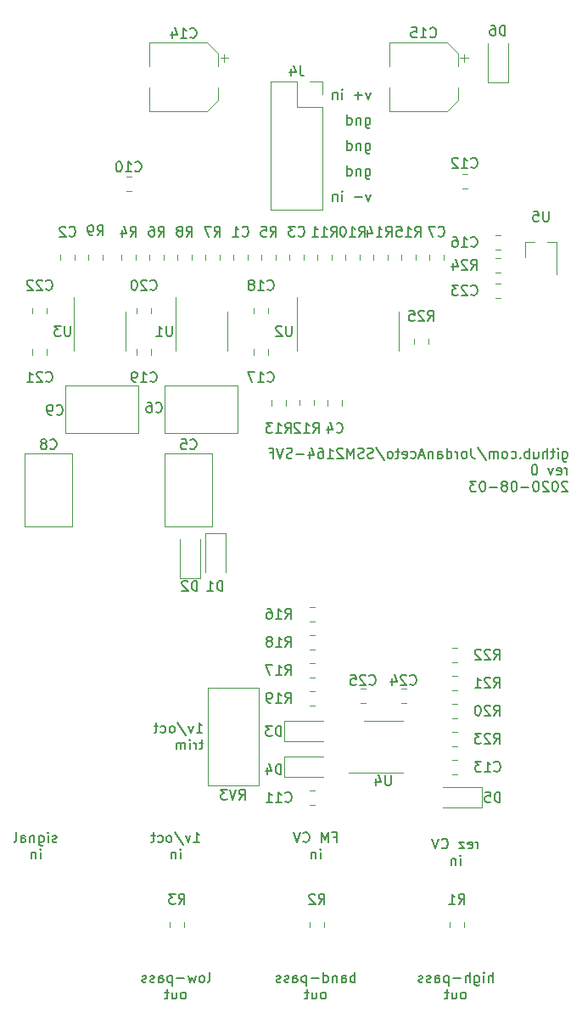
<source format=gbr>
G04 #@! TF.GenerationSoftware,KiCad,Pcbnew,5.1.6-c6e7f7d~87~ubuntu18.04.1*
G04 #@! TF.CreationDate,2020-11-08T19:06:46-05:00*
G04 #@! TF.ProjectId,2164SVF,32313634-5356-4462-9e6b-696361645f70,1*
G04 #@! TF.SameCoordinates,Original*
G04 #@! TF.FileFunction,Legend,Bot*
G04 #@! TF.FilePolarity,Positive*
%FSLAX46Y46*%
G04 Gerber Fmt 4.6, Leading zero omitted, Abs format (unit mm)*
G04 Created by KiCad (PCBNEW 5.1.6-c6e7f7d~87~ubuntu18.04.1) date 2020-11-08 19:06:46*
%MOMM*%
%LPD*%
G01*
G04 APERTURE LIST*
%ADD10C,0.150000*%
%ADD11C,0.120000*%
G04 APERTURE END LIST*
D10*
X158620833Y-90210714D02*
X158620833Y-91020238D01*
X158668452Y-91115476D01*
X158716071Y-91163095D01*
X158811309Y-91210714D01*
X158954166Y-91210714D01*
X159049404Y-91163095D01*
X158620833Y-90829761D02*
X158716071Y-90877380D01*
X158906547Y-90877380D01*
X159001785Y-90829761D01*
X159049404Y-90782142D01*
X159097023Y-90686904D01*
X159097023Y-90401190D01*
X159049404Y-90305952D01*
X159001785Y-90258333D01*
X158906547Y-90210714D01*
X158716071Y-90210714D01*
X158620833Y-90258333D01*
X158144642Y-90877380D02*
X158144642Y-90210714D01*
X158144642Y-89877380D02*
X158192261Y-89925000D01*
X158144642Y-89972619D01*
X158097023Y-89925000D01*
X158144642Y-89877380D01*
X158144642Y-89972619D01*
X157811309Y-90210714D02*
X157430357Y-90210714D01*
X157668452Y-89877380D02*
X157668452Y-90734523D01*
X157620833Y-90829761D01*
X157525595Y-90877380D01*
X157430357Y-90877380D01*
X157097023Y-90877380D02*
X157097023Y-89877380D01*
X156668452Y-90877380D02*
X156668452Y-90353571D01*
X156716071Y-90258333D01*
X156811309Y-90210714D01*
X156954166Y-90210714D01*
X157049404Y-90258333D01*
X157097023Y-90305952D01*
X155763690Y-90210714D02*
X155763690Y-90877380D01*
X156192261Y-90210714D02*
X156192261Y-90734523D01*
X156144642Y-90829761D01*
X156049404Y-90877380D01*
X155906547Y-90877380D01*
X155811309Y-90829761D01*
X155763690Y-90782142D01*
X155287500Y-90877380D02*
X155287500Y-89877380D01*
X155287500Y-90258333D02*
X155192261Y-90210714D01*
X155001785Y-90210714D01*
X154906547Y-90258333D01*
X154858928Y-90305952D01*
X154811309Y-90401190D01*
X154811309Y-90686904D01*
X154858928Y-90782142D01*
X154906547Y-90829761D01*
X155001785Y-90877380D01*
X155192261Y-90877380D01*
X155287500Y-90829761D01*
X154382738Y-90782142D02*
X154335119Y-90829761D01*
X154382738Y-90877380D01*
X154430357Y-90829761D01*
X154382738Y-90782142D01*
X154382738Y-90877380D01*
X153477976Y-90829761D02*
X153573214Y-90877380D01*
X153763690Y-90877380D01*
X153858928Y-90829761D01*
X153906547Y-90782142D01*
X153954166Y-90686904D01*
X153954166Y-90401190D01*
X153906547Y-90305952D01*
X153858928Y-90258333D01*
X153763690Y-90210714D01*
X153573214Y-90210714D01*
X153477976Y-90258333D01*
X152906547Y-90877380D02*
X153001785Y-90829761D01*
X153049404Y-90782142D01*
X153097023Y-90686904D01*
X153097023Y-90401190D01*
X153049404Y-90305952D01*
X153001785Y-90258333D01*
X152906547Y-90210714D01*
X152763690Y-90210714D01*
X152668452Y-90258333D01*
X152620833Y-90305952D01*
X152573214Y-90401190D01*
X152573214Y-90686904D01*
X152620833Y-90782142D01*
X152668452Y-90829761D01*
X152763690Y-90877380D01*
X152906547Y-90877380D01*
X152144642Y-90877380D02*
X152144642Y-90210714D01*
X152144642Y-90305952D02*
X152097023Y-90258333D01*
X152001785Y-90210714D01*
X151858928Y-90210714D01*
X151763690Y-90258333D01*
X151716071Y-90353571D01*
X151716071Y-90877380D01*
X151716071Y-90353571D02*
X151668452Y-90258333D01*
X151573214Y-90210714D01*
X151430357Y-90210714D01*
X151335119Y-90258333D01*
X151287500Y-90353571D01*
X151287500Y-90877380D01*
X150097023Y-89829761D02*
X150954166Y-91115476D01*
X149477976Y-89877380D02*
X149477976Y-90591666D01*
X149525595Y-90734523D01*
X149620833Y-90829761D01*
X149763690Y-90877380D01*
X149858928Y-90877380D01*
X148858928Y-90877380D02*
X148954166Y-90829761D01*
X149001785Y-90782142D01*
X149049404Y-90686904D01*
X149049404Y-90401190D01*
X149001785Y-90305952D01*
X148954166Y-90258333D01*
X148858928Y-90210714D01*
X148716071Y-90210714D01*
X148620833Y-90258333D01*
X148573214Y-90305952D01*
X148525595Y-90401190D01*
X148525595Y-90686904D01*
X148573214Y-90782142D01*
X148620833Y-90829761D01*
X148716071Y-90877380D01*
X148858928Y-90877380D01*
X148097023Y-90877380D02*
X148097023Y-90210714D01*
X148097023Y-90401190D02*
X148049404Y-90305952D01*
X148001785Y-90258333D01*
X147906547Y-90210714D01*
X147811309Y-90210714D01*
X147049404Y-90877380D02*
X147049404Y-89877380D01*
X147049404Y-90829761D02*
X147144642Y-90877380D01*
X147335119Y-90877380D01*
X147430357Y-90829761D01*
X147477976Y-90782142D01*
X147525595Y-90686904D01*
X147525595Y-90401190D01*
X147477976Y-90305952D01*
X147430357Y-90258333D01*
X147335119Y-90210714D01*
X147144642Y-90210714D01*
X147049404Y-90258333D01*
X146144642Y-90877380D02*
X146144642Y-90353571D01*
X146192261Y-90258333D01*
X146287500Y-90210714D01*
X146477976Y-90210714D01*
X146573214Y-90258333D01*
X146144642Y-90829761D02*
X146239880Y-90877380D01*
X146477976Y-90877380D01*
X146573214Y-90829761D01*
X146620833Y-90734523D01*
X146620833Y-90639285D01*
X146573214Y-90544047D01*
X146477976Y-90496428D01*
X146239880Y-90496428D01*
X146144642Y-90448809D01*
X145668452Y-90210714D02*
X145668452Y-90877380D01*
X145668452Y-90305952D02*
X145620833Y-90258333D01*
X145525595Y-90210714D01*
X145382738Y-90210714D01*
X145287500Y-90258333D01*
X145239880Y-90353571D01*
X145239880Y-90877380D01*
X144811309Y-90591666D02*
X144335119Y-90591666D01*
X144906547Y-90877380D02*
X144573214Y-89877380D01*
X144239880Y-90877380D01*
X143477976Y-90829761D02*
X143573214Y-90877380D01*
X143763690Y-90877380D01*
X143858928Y-90829761D01*
X143906547Y-90782142D01*
X143954166Y-90686904D01*
X143954166Y-90401190D01*
X143906547Y-90305952D01*
X143858928Y-90258333D01*
X143763690Y-90210714D01*
X143573214Y-90210714D01*
X143477976Y-90258333D01*
X142668452Y-90829761D02*
X142763690Y-90877380D01*
X142954166Y-90877380D01*
X143049404Y-90829761D01*
X143097023Y-90734523D01*
X143097023Y-90353571D01*
X143049404Y-90258333D01*
X142954166Y-90210714D01*
X142763690Y-90210714D01*
X142668452Y-90258333D01*
X142620833Y-90353571D01*
X142620833Y-90448809D01*
X143097023Y-90544047D01*
X142335119Y-90210714D02*
X141954166Y-90210714D01*
X142192261Y-89877380D02*
X142192261Y-90734523D01*
X142144642Y-90829761D01*
X142049404Y-90877380D01*
X141954166Y-90877380D01*
X141477976Y-90877380D02*
X141573214Y-90829761D01*
X141620833Y-90782142D01*
X141668452Y-90686904D01*
X141668452Y-90401190D01*
X141620833Y-90305952D01*
X141573214Y-90258333D01*
X141477976Y-90210714D01*
X141335119Y-90210714D01*
X141239880Y-90258333D01*
X141192261Y-90305952D01*
X141144642Y-90401190D01*
X141144642Y-90686904D01*
X141192261Y-90782142D01*
X141239880Y-90829761D01*
X141335119Y-90877380D01*
X141477976Y-90877380D01*
X140001785Y-89829761D02*
X140858928Y-91115476D01*
X139716071Y-90829761D02*
X139573214Y-90877380D01*
X139335119Y-90877380D01*
X139239880Y-90829761D01*
X139192261Y-90782142D01*
X139144642Y-90686904D01*
X139144642Y-90591666D01*
X139192261Y-90496428D01*
X139239880Y-90448809D01*
X139335119Y-90401190D01*
X139525595Y-90353571D01*
X139620833Y-90305952D01*
X139668452Y-90258333D01*
X139716071Y-90163095D01*
X139716071Y-90067857D01*
X139668452Y-89972619D01*
X139620833Y-89925000D01*
X139525595Y-89877380D01*
X139287500Y-89877380D01*
X139144642Y-89925000D01*
X138763690Y-90829761D02*
X138620833Y-90877380D01*
X138382738Y-90877380D01*
X138287500Y-90829761D01*
X138239880Y-90782142D01*
X138192261Y-90686904D01*
X138192261Y-90591666D01*
X138239880Y-90496428D01*
X138287500Y-90448809D01*
X138382738Y-90401190D01*
X138573214Y-90353571D01*
X138668452Y-90305952D01*
X138716071Y-90258333D01*
X138763690Y-90163095D01*
X138763690Y-90067857D01*
X138716071Y-89972619D01*
X138668452Y-89925000D01*
X138573214Y-89877380D01*
X138335119Y-89877380D01*
X138192261Y-89925000D01*
X137763690Y-90877380D02*
X137763690Y-89877380D01*
X137430357Y-90591666D01*
X137097023Y-89877380D01*
X137097023Y-90877380D01*
X136668452Y-89972619D02*
X136620833Y-89925000D01*
X136525595Y-89877380D01*
X136287500Y-89877380D01*
X136192261Y-89925000D01*
X136144642Y-89972619D01*
X136097023Y-90067857D01*
X136097023Y-90163095D01*
X136144642Y-90305952D01*
X136716071Y-90877380D01*
X136097023Y-90877380D01*
X135144642Y-90877380D02*
X135716071Y-90877380D01*
X135430357Y-90877380D02*
X135430357Y-89877380D01*
X135525595Y-90020238D01*
X135620833Y-90115476D01*
X135716071Y-90163095D01*
X134287500Y-89877380D02*
X134477976Y-89877380D01*
X134573214Y-89925000D01*
X134620833Y-89972619D01*
X134716071Y-90115476D01*
X134763690Y-90305952D01*
X134763690Y-90686904D01*
X134716071Y-90782142D01*
X134668452Y-90829761D01*
X134573214Y-90877380D01*
X134382738Y-90877380D01*
X134287500Y-90829761D01*
X134239880Y-90782142D01*
X134192261Y-90686904D01*
X134192261Y-90448809D01*
X134239880Y-90353571D01*
X134287500Y-90305952D01*
X134382738Y-90258333D01*
X134573214Y-90258333D01*
X134668452Y-90305952D01*
X134716071Y-90353571D01*
X134763690Y-90448809D01*
X133335119Y-90210714D02*
X133335119Y-90877380D01*
X133573214Y-89829761D02*
X133811309Y-90544047D01*
X133192261Y-90544047D01*
X132811309Y-90496428D02*
X132049404Y-90496428D01*
X131620833Y-90829761D02*
X131477976Y-90877380D01*
X131239880Y-90877380D01*
X131144642Y-90829761D01*
X131097023Y-90782142D01*
X131049404Y-90686904D01*
X131049404Y-90591666D01*
X131097023Y-90496428D01*
X131144642Y-90448809D01*
X131239880Y-90401190D01*
X131430357Y-90353571D01*
X131525595Y-90305952D01*
X131573214Y-90258333D01*
X131620833Y-90163095D01*
X131620833Y-90067857D01*
X131573214Y-89972619D01*
X131525595Y-89925000D01*
X131430357Y-89877380D01*
X131192261Y-89877380D01*
X131049404Y-89925000D01*
X130763690Y-89877380D02*
X130430357Y-90877380D01*
X130097023Y-89877380D01*
X129430357Y-90353571D02*
X129763690Y-90353571D01*
X129763690Y-90877380D02*
X129763690Y-89877380D01*
X129287500Y-89877380D01*
X159049404Y-92527380D02*
X159049404Y-91860714D01*
X159049404Y-92051190D02*
X159001785Y-91955952D01*
X158954166Y-91908333D01*
X158858928Y-91860714D01*
X158763690Y-91860714D01*
X158049404Y-92479761D02*
X158144642Y-92527380D01*
X158335119Y-92527380D01*
X158430357Y-92479761D01*
X158477976Y-92384523D01*
X158477976Y-92003571D01*
X158430357Y-91908333D01*
X158335119Y-91860714D01*
X158144642Y-91860714D01*
X158049404Y-91908333D01*
X158001785Y-92003571D01*
X158001785Y-92098809D01*
X158477976Y-92194047D01*
X157668452Y-91860714D02*
X157430357Y-92527380D01*
X157192261Y-91860714D01*
X155858928Y-91527380D02*
X155763690Y-91527380D01*
X155668452Y-91575000D01*
X155620833Y-91622619D01*
X155573214Y-91717857D01*
X155525595Y-91908333D01*
X155525595Y-92146428D01*
X155573214Y-92336904D01*
X155620833Y-92432142D01*
X155668452Y-92479761D01*
X155763690Y-92527380D01*
X155858928Y-92527380D01*
X155954166Y-92479761D01*
X156001785Y-92432142D01*
X156049404Y-92336904D01*
X156097023Y-92146428D01*
X156097023Y-91908333D01*
X156049404Y-91717857D01*
X156001785Y-91622619D01*
X155954166Y-91575000D01*
X155858928Y-91527380D01*
X159097023Y-93272619D02*
X159049404Y-93225000D01*
X158954166Y-93177380D01*
X158716071Y-93177380D01*
X158620833Y-93225000D01*
X158573214Y-93272619D01*
X158525595Y-93367857D01*
X158525595Y-93463095D01*
X158573214Y-93605952D01*
X159144642Y-94177380D01*
X158525595Y-94177380D01*
X157906547Y-93177380D02*
X157811309Y-93177380D01*
X157716071Y-93225000D01*
X157668452Y-93272619D01*
X157620833Y-93367857D01*
X157573214Y-93558333D01*
X157573214Y-93796428D01*
X157620833Y-93986904D01*
X157668452Y-94082142D01*
X157716071Y-94129761D01*
X157811309Y-94177380D01*
X157906547Y-94177380D01*
X158001785Y-94129761D01*
X158049404Y-94082142D01*
X158097023Y-93986904D01*
X158144642Y-93796428D01*
X158144642Y-93558333D01*
X158097023Y-93367857D01*
X158049404Y-93272619D01*
X158001785Y-93225000D01*
X157906547Y-93177380D01*
X157192261Y-93272619D02*
X157144642Y-93225000D01*
X157049404Y-93177380D01*
X156811309Y-93177380D01*
X156716071Y-93225000D01*
X156668452Y-93272619D01*
X156620833Y-93367857D01*
X156620833Y-93463095D01*
X156668452Y-93605952D01*
X157239880Y-94177380D01*
X156620833Y-94177380D01*
X156001785Y-93177380D02*
X155906547Y-93177380D01*
X155811309Y-93225000D01*
X155763690Y-93272619D01*
X155716071Y-93367857D01*
X155668452Y-93558333D01*
X155668452Y-93796428D01*
X155716071Y-93986904D01*
X155763690Y-94082142D01*
X155811309Y-94129761D01*
X155906547Y-94177380D01*
X156001785Y-94177380D01*
X156097023Y-94129761D01*
X156144642Y-94082142D01*
X156192261Y-93986904D01*
X156239880Y-93796428D01*
X156239880Y-93558333D01*
X156192261Y-93367857D01*
X156144642Y-93272619D01*
X156097023Y-93225000D01*
X156001785Y-93177380D01*
X155239880Y-93796428D02*
X154477976Y-93796428D01*
X153811309Y-93177380D02*
X153716071Y-93177380D01*
X153620833Y-93225000D01*
X153573214Y-93272619D01*
X153525595Y-93367857D01*
X153477976Y-93558333D01*
X153477976Y-93796428D01*
X153525595Y-93986904D01*
X153573214Y-94082142D01*
X153620833Y-94129761D01*
X153716071Y-94177380D01*
X153811309Y-94177380D01*
X153906547Y-94129761D01*
X153954166Y-94082142D01*
X154001785Y-93986904D01*
X154049404Y-93796428D01*
X154049404Y-93558333D01*
X154001785Y-93367857D01*
X153954166Y-93272619D01*
X153906547Y-93225000D01*
X153811309Y-93177380D01*
X152906547Y-93605952D02*
X153001785Y-93558333D01*
X153049404Y-93510714D01*
X153097023Y-93415476D01*
X153097023Y-93367857D01*
X153049404Y-93272619D01*
X153001785Y-93225000D01*
X152906547Y-93177380D01*
X152716071Y-93177380D01*
X152620833Y-93225000D01*
X152573214Y-93272619D01*
X152525595Y-93367857D01*
X152525595Y-93415476D01*
X152573214Y-93510714D01*
X152620833Y-93558333D01*
X152716071Y-93605952D01*
X152906547Y-93605952D01*
X153001785Y-93653571D01*
X153049404Y-93701190D01*
X153097023Y-93796428D01*
X153097023Y-93986904D01*
X153049404Y-94082142D01*
X153001785Y-94129761D01*
X152906547Y-94177380D01*
X152716071Y-94177380D01*
X152620833Y-94129761D01*
X152573214Y-94082142D01*
X152525595Y-93986904D01*
X152525595Y-93796428D01*
X152573214Y-93701190D01*
X152620833Y-93653571D01*
X152716071Y-93605952D01*
X152097023Y-93796428D02*
X151335119Y-93796428D01*
X150668452Y-93177380D02*
X150573214Y-93177380D01*
X150477976Y-93225000D01*
X150430357Y-93272619D01*
X150382738Y-93367857D01*
X150335119Y-93558333D01*
X150335119Y-93796428D01*
X150382738Y-93986904D01*
X150430357Y-94082142D01*
X150477976Y-94129761D01*
X150573214Y-94177380D01*
X150668452Y-94177380D01*
X150763690Y-94129761D01*
X150811309Y-94082142D01*
X150858928Y-93986904D01*
X150906547Y-93796428D01*
X150906547Y-93558333D01*
X150858928Y-93367857D01*
X150811309Y-93272619D01*
X150763690Y-93225000D01*
X150668452Y-93177380D01*
X150001785Y-93177380D02*
X149382738Y-93177380D01*
X149716071Y-93558333D01*
X149573214Y-93558333D01*
X149477976Y-93605952D01*
X149430357Y-93653571D01*
X149382738Y-93748809D01*
X149382738Y-93986904D01*
X149430357Y-94082142D01*
X149477976Y-94129761D01*
X149573214Y-94177380D01*
X149858928Y-94177380D01*
X149954166Y-94129761D01*
X150001785Y-94082142D01*
X122076595Y-118245380D02*
X122648023Y-118245380D01*
X122362309Y-118245380D02*
X122362309Y-117245380D01*
X122457547Y-117388238D01*
X122552785Y-117483476D01*
X122648023Y-117531095D01*
X121743261Y-117578714D02*
X121505166Y-118245380D01*
X121267071Y-117578714D01*
X120171833Y-117197761D02*
X121028976Y-118483476D01*
X119695642Y-118245380D02*
X119790880Y-118197761D01*
X119838500Y-118150142D01*
X119886119Y-118054904D01*
X119886119Y-117769190D01*
X119838500Y-117673952D01*
X119790880Y-117626333D01*
X119695642Y-117578714D01*
X119552785Y-117578714D01*
X119457547Y-117626333D01*
X119409928Y-117673952D01*
X119362309Y-117769190D01*
X119362309Y-118054904D01*
X119409928Y-118150142D01*
X119457547Y-118197761D01*
X119552785Y-118245380D01*
X119695642Y-118245380D01*
X118505166Y-118197761D02*
X118600404Y-118245380D01*
X118790880Y-118245380D01*
X118886119Y-118197761D01*
X118933738Y-118150142D01*
X118981357Y-118054904D01*
X118981357Y-117769190D01*
X118933738Y-117673952D01*
X118886119Y-117626333D01*
X118790880Y-117578714D01*
X118600404Y-117578714D01*
X118505166Y-117626333D01*
X118219452Y-117578714D02*
X117838500Y-117578714D01*
X118076595Y-117245380D02*
X118076595Y-118102523D01*
X118028976Y-118197761D01*
X117933738Y-118245380D01*
X117838500Y-118245380D01*
X122743261Y-119228714D02*
X122362309Y-119228714D01*
X122600404Y-118895380D02*
X122600404Y-119752523D01*
X122552785Y-119847761D01*
X122457547Y-119895380D01*
X122362309Y-119895380D01*
X122028976Y-119895380D02*
X122028976Y-119228714D01*
X122028976Y-119419190D02*
X121981357Y-119323952D01*
X121933738Y-119276333D01*
X121838500Y-119228714D01*
X121743261Y-119228714D01*
X121409928Y-119895380D02*
X121409928Y-119228714D01*
X121409928Y-118895380D02*
X121457547Y-118943000D01*
X121409928Y-118990619D01*
X121362309Y-118943000D01*
X121409928Y-118895380D01*
X121409928Y-118990619D01*
X120933738Y-119895380D02*
X120933738Y-119228714D01*
X120933738Y-119323952D02*
X120886119Y-119276333D01*
X120790880Y-119228714D01*
X120648023Y-119228714D01*
X120552785Y-119276333D01*
X120505166Y-119371571D01*
X120505166Y-119895380D01*
X120505166Y-119371571D02*
X120457547Y-119276333D01*
X120362309Y-119228714D01*
X120219452Y-119228714D01*
X120124214Y-119276333D01*
X120076595Y-119371571D01*
X120076595Y-119895380D01*
X151645476Y-143137380D02*
X151645476Y-142137380D01*
X151216904Y-143137380D02*
X151216904Y-142613571D01*
X151264523Y-142518333D01*
X151359761Y-142470714D01*
X151502619Y-142470714D01*
X151597857Y-142518333D01*
X151645476Y-142565952D01*
X150740714Y-143137380D02*
X150740714Y-142470714D01*
X150740714Y-142137380D02*
X150788333Y-142185000D01*
X150740714Y-142232619D01*
X150693095Y-142185000D01*
X150740714Y-142137380D01*
X150740714Y-142232619D01*
X149835952Y-142470714D02*
X149835952Y-143280238D01*
X149883571Y-143375476D01*
X149931190Y-143423095D01*
X150026428Y-143470714D01*
X150169285Y-143470714D01*
X150264523Y-143423095D01*
X149835952Y-143089761D02*
X149931190Y-143137380D01*
X150121666Y-143137380D01*
X150216904Y-143089761D01*
X150264523Y-143042142D01*
X150312142Y-142946904D01*
X150312142Y-142661190D01*
X150264523Y-142565952D01*
X150216904Y-142518333D01*
X150121666Y-142470714D01*
X149931190Y-142470714D01*
X149835952Y-142518333D01*
X149359761Y-143137380D02*
X149359761Y-142137380D01*
X148931190Y-143137380D02*
X148931190Y-142613571D01*
X148978809Y-142518333D01*
X149074047Y-142470714D01*
X149216904Y-142470714D01*
X149312142Y-142518333D01*
X149359761Y-142565952D01*
X148455000Y-142756428D02*
X147693095Y-142756428D01*
X147216904Y-142470714D02*
X147216904Y-143470714D01*
X147216904Y-142518333D02*
X147121666Y-142470714D01*
X146931190Y-142470714D01*
X146835952Y-142518333D01*
X146788333Y-142565952D01*
X146740714Y-142661190D01*
X146740714Y-142946904D01*
X146788333Y-143042142D01*
X146835952Y-143089761D01*
X146931190Y-143137380D01*
X147121666Y-143137380D01*
X147216904Y-143089761D01*
X145883571Y-143137380D02*
X145883571Y-142613571D01*
X145931190Y-142518333D01*
X146026428Y-142470714D01*
X146216904Y-142470714D01*
X146312142Y-142518333D01*
X145883571Y-143089761D02*
X145978809Y-143137380D01*
X146216904Y-143137380D01*
X146312142Y-143089761D01*
X146359761Y-142994523D01*
X146359761Y-142899285D01*
X146312142Y-142804047D01*
X146216904Y-142756428D01*
X145978809Y-142756428D01*
X145883571Y-142708809D01*
X145455000Y-143089761D02*
X145359761Y-143137380D01*
X145169285Y-143137380D01*
X145074047Y-143089761D01*
X145026428Y-142994523D01*
X145026428Y-142946904D01*
X145074047Y-142851666D01*
X145169285Y-142804047D01*
X145312142Y-142804047D01*
X145407380Y-142756428D01*
X145455000Y-142661190D01*
X145455000Y-142613571D01*
X145407380Y-142518333D01*
X145312142Y-142470714D01*
X145169285Y-142470714D01*
X145074047Y-142518333D01*
X144645476Y-143089761D02*
X144550238Y-143137380D01*
X144359761Y-143137380D01*
X144264523Y-143089761D01*
X144216904Y-142994523D01*
X144216904Y-142946904D01*
X144264523Y-142851666D01*
X144359761Y-142804047D01*
X144502619Y-142804047D01*
X144597857Y-142756428D01*
X144645476Y-142661190D01*
X144645476Y-142613571D01*
X144597857Y-142518333D01*
X144502619Y-142470714D01*
X144359761Y-142470714D01*
X144264523Y-142518333D01*
X148764523Y-144787380D02*
X148859761Y-144739761D01*
X148907380Y-144692142D01*
X148955000Y-144596904D01*
X148955000Y-144311190D01*
X148907380Y-144215952D01*
X148859761Y-144168333D01*
X148764523Y-144120714D01*
X148621666Y-144120714D01*
X148526428Y-144168333D01*
X148478809Y-144215952D01*
X148431190Y-144311190D01*
X148431190Y-144596904D01*
X148478809Y-144692142D01*
X148526428Y-144739761D01*
X148621666Y-144787380D01*
X148764523Y-144787380D01*
X147574047Y-144120714D02*
X147574047Y-144787380D01*
X148002619Y-144120714D02*
X148002619Y-144644523D01*
X147955000Y-144739761D01*
X147859761Y-144787380D01*
X147716904Y-144787380D01*
X147621666Y-144739761D01*
X147574047Y-144692142D01*
X147240714Y-144120714D02*
X146859761Y-144120714D01*
X147097857Y-143787380D02*
X147097857Y-144644523D01*
X147050238Y-144739761D01*
X146955000Y-144787380D01*
X146859761Y-144787380D01*
X137889761Y-143137380D02*
X137889761Y-142137380D01*
X137889761Y-142518333D02*
X137794523Y-142470714D01*
X137604047Y-142470714D01*
X137508809Y-142518333D01*
X137461190Y-142565952D01*
X137413571Y-142661190D01*
X137413571Y-142946904D01*
X137461190Y-143042142D01*
X137508809Y-143089761D01*
X137604047Y-143137380D01*
X137794523Y-143137380D01*
X137889761Y-143089761D01*
X136556428Y-143137380D02*
X136556428Y-142613571D01*
X136604047Y-142518333D01*
X136699285Y-142470714D01*
X136889761Y-142470714D01*
X136985000Y-142518333D01*
X136556428Y-143089761D02*
X136651666Y-143137380D01*
X136889761Y-143137380D01*
X136985000Y-143089761D01*
X137032619Y-142994523D01*
X137032619Y-142899285D01*
X136985000Y-142804047D01*
X136889761Y-142756428D01*
X136651666Y-142756428D01*
X136556428Y-142708809D01*
X136080238Y-142470714D02*
X136080238Y-143137380D01*
X136080238Y-142565952D02*
X136032619Y-142518333D01*
X135937380Y-142470714D01*
X135794523Y-142470714D01*
X135699285Y-142518333D01*
X135651666Y-142613571D01*
X135651666Y-143137380D01*
X134746904Y-143137380D02*
X134746904Y-142137380D01*
X134746904Y-143089761D02*
X134842142Y-143137380D01*
X135032619Y-143137380D01*
X135127857Y-143089761D01*
X135175476Y-143042142D01*
X135223095Y-142946904D01*
X135223095Y-142661190D01*
X135175476Y-142565952D01*
X135127857Y-142518333D01*
X135032619Y-142470714D01*
X134842142Y-142470714D01*
X134746904Y-142518333D01*
X134270714Y-142756428D02*
X133508809Y-142756428D01*
X133032619Y-142470714D02*
X133032619Y-143470714D01*
X133032619Y-142518333D02*
X132937380Y-142470714D01*
X132746904Y-142470714D01*
X132651666Y-142518333D01*
X132604047Y-142565952D01*
X132556428Y-142661190D01*
X132556428Y-142946904D01*
X132604047Y-143042142D01*
X132651666Y-143089761D01*
X132746904Y-143137380D01*
X132937380Y-143137380D01*
X133032619Y-143089761D01*
X131699285Y-143137380D02*
X131699285Y-142613571D01*
X131746904Y-142518333D01*
X131842142Y-142470714D01*
X132032619Y-142470714D01*
X132127857Y-142518333D01*
X131699285Y-143089761D02*
X131794523Y-143137380D01*
X132032619Y-143137380D01*
X132127857Y-143089761D01*
X132175476Y-142994523D01*
X132175476Y-142899285D01*
X132127857Y-142804047D01*
X132032619Y-142756428D01*
X131794523Y-142756428D01*
X131699285Y-142708809D01*
X131270714Y-143089761D02*
X131175476Y-143137380D01*
X130985000Y-143137380D01*
X130889761Y-143089761D01*
X130842142Y-142994523D01*
X130842142Y-142946904D01*
X130889761Y-142851666D01*
X130985000Y-142804047D01*
X131127857Y-142804047D01*
X131223095Y-142756428D01*
X131270714Y-142661190D01*
X131270714Y-142613571D01*
X131223095Y-142518333D01*
X131127857Y-142470714D01*
X130985000Y-142470714D01*
X130889761Y-142518333D01*
X130461190Y-143089761D02*
X130365952Y-143137380D01*
X130175476Y-143137380D01*
X130080238Y-143089761D01*
X130032619Y-142994523D01*
X130032619Y-142946904D01*
X130080238Y-142851666D01*
X130175476Y-142804047D01*
X130318333Y-142804047D01*
X130413571Y-142756428D01*
X130461190Y-142661190D01*
X130461190Y-142613571D01*
X130413571Y-142518333D01*
X130318333Y-142470714D01*
X130175476Y-142470714D01*
X130080238Y-142518333D01*
X134794523Y-144787380D02*
X134889761Y-144739761D01*
X134937380Y-144692142D01*
X134985000Y-144596904D01*
X134985000Y-144311190D01*
X134937380Y-144215952D01*
X134889761Y-144168333D01*
X134794523Y-144120714D01*
X134651666Y-144120714D01*
X134556428Y-144168333D01*
X134508809Y-144215952D01*
X134461190Y-144311190D01*
X134461190Y-144596904D01*
X134508809Y-144692142D01*
X134556428Y-144739761D01*
X134651666Y-144787380D01*
X134794523Y-144787380D01*
X133604047Y-144120714D02*
X133604047Y-144787380D01*
X134032619Y-144120714D02*
X134032619Y-144644523D01*
X133985000Y-144739761D01*
X133889761Y-144787380D01*
X133746904Y-144787380D01*
X133651666Y-144739761D01*
X133604047Y-144692142D01*
X133270714Y-144120714D02*
X132889761Y-144120714D01*
X133127857Y-143787380D02*
X133127857Y-144644523D01*
X133080238Y-144739761D01*
X132985000Y-144787380D01*
X132889761Y-144787380D01*
X150169285Y-129802380D02*
X150169285Y-129135714D01*
X150169285Y-129326190D02*
X150121666Y-129230952D01*
X150074047Y-129183333D01*
X149978809Y-129135714D01*
X149883571Y-129135714D01*
X149169285Y-129754761D02*
X149264523Y-129802380D01*
X149455000Y-129802380D01*
X149550238Y-129754761D01*
X149597857Y-129659523D01*
X149597857Y-129278571D01*
X149550238Y-129183333D01*
X149455000Y-129135714D01*
X149264523Y-129135714D01*
X149169285Y-129183333D01*
X149121666Y-129278571D01*
X149121666Y-129373809D01*
X149597857Y-129469047D01*
X148788333Y-129135714D02*
X148264523Y-129135714D01*
X148788333Y-129802380D01*
X148264523Y-129802380D01*
X146550238Y-129707142D02*
X146597857Y-129754761D01*
X146740714Y-129802380D01*
X146835952Y-129802380D01*
X146978809Y-129754761D01*
X147074047Y-129659523D01*
X147121666Y-129564285D01*
X147169285Y-129373809D01*
X147169285Y-129230952D01*
X147121666Y-129040476D01*
X147074047Y-128945238D01*
X146978809Y-128850000D01*
X146835952Y-128802380D01*
X146740714Y-128802380D01*
X146597857Y-128850000D01*
X146550238Y-128897619D01*
X146264523Y-128802380D02*
X145931190Y-129802380D01*
X145597857Y-128802380D01*
X148407380Y-131452380D02*
X148407380Y-130785714D01*
X148407380Y-130452380D02*
X148455000Y-130500000D01*
X148407380Y-130547619D01*
X148359761Y-130500000D01*
X148407380Y-130452380D01*
X148407380Y-130547619D01*
X147931190Y-130785714D02*
X147931190Y-131452380D01*
X147931190Y-130880952D02*
X147883571Y-130833333D01*
X147788333Y-130785714D01*
X147645476Y-130785714D01*
X147550238Y-130833333D01*
X147502619Y-130928571D01*
X147502619Y-131452380D01*
X135723095Y-128643571D02*
X136056428Y-128643571D01*
X136056428Y-129167380D02*
X136056428Y-128167380D01*
X135580238Y-128167380D01*
X135199285Y-129167380D02*
X135199285Y-128167380D01*
X134865952Y-128881666D01*
X134532619Y-128167380D01*
X134532619Y-129167380D01*
X132723095Y-129072142D02*
X132770714Y-129119761D01*
X132913571Y-129167380D01*
X133008809Y-129167380D01*
X133151666Y-129119761D01*
X133246904Y-129024523D01*
X133294523Y-128929285D01*
X133342142Y-128738809D01*
X133342142Y-128595952D01*
X133294523Y-128405476D01*
X133246904Y-128310238D01*
X133151666Y-128215000D01*
X133008809Y-128167380D01*
X132913571Y-128167380D01*
X132770714Y-128215000D01*
X132723095Y-128262619D01*
X132437380Y-128167380D02*
X132104047Y-129167380D01*
X131770714Y-128167380D01*
X134437380Y-130817380D02*
X134437380Y-130150714D01*
X134437380Y-129817380D02*
X134485000Y-129865000D01*
X134437380Y-129912619D01*
X134389761Y-129865000D01*
X134437380Y-129817380D01*
X134437380Y-129912619D01*
X133961190Y-130150714D02*
X133961190Y-130817380D01*
X133961190Y-130245952D02*
X133913571Y-130198333D01*
X133818333Y-130150714D01*
X133675476Y-130150714D01*
X133580238Y-130198333D01*
X133532619Y-130293571D01*
X133532619Y-130817380D01*
X121800714Y-129167380D02*
X122372142Y-129167380D01*
X122086428Y-129167380D02*
X122086428Y-128167380D01*
X122181666Y-128310238D01*
X122276904Y-128405476D01*
X122372142Y-128453095D01*
X121467380Y-128500714D02*
X121229285Y-129167380D01*
X120991190Y-128500714D01*
X119895952Y-128119761D02*
X120753095Y-129405476D01*
X119419761Y-129167380D02*
X119515000Y-129119761D01*
X119562619Y-129072142D01*
X119610238Y-128976904D01*
X119610238Y-128691190D01*
X119562619Y-128595952D01*
X119515000Y-128548333D01*
X119419761Y-128500714D01*
X119276904Y-128500714D01*
X119181666Y-128548333D01*
X119134047Y-128595952D01*
X119086428Y-128691190D01*
X119086428Y-128976904D01*
X119134047Y-129072142D01*
X119181666Y-129119761D01*
X119276904Y-129167380D01*
X119419761Y-129167380D01*
X118229285Y-129119761D02*
X118324523Y-129167380D01*
X118515000Y-129167380D01*
X118610238Y-129119761D01*
X118657857Y-129072142D01*
X118705476Y-128976904D01*
X118705476Y-128691190D01*
X118657857Y-128595952D01*
X118610238Y-128548333D01*
X118515000Y-128500714D01*
X118324523Y-128500714D01*
X118229285Y-128548333D01*
X117943571Y-128500714D02*
X117562619Y-128500714D01*
X117800714Y-128167380D02*
X117800714Y-129024523D01*
X117753095Y-129119761D01*
X117657857Y-129167380D01*
X117562619Y-129167380D01*
X120467380Y-130817380D02*
X120467380Y-130150714D01*
X120467380Y-129817380D02*
X120515000Y-129865000D01*
X120467380Y-129912619D01*
X120419761Y-129865000D01*
X120467380Y-129817380D01*
X120467380Y-129912619D01*
X119991190Y-130150714D02*
X119991190Y-130817380D01*
X119991190Y-130245952D02*
X119943571Y-130198333D01*
X119848333Y-130150714D01*
X119705476Y-130150714D01*
X119610238Y-130198333D01*
X119562619Y-130293571D01*
X119562619Y-130817380D01*
X123205476Y-143137380D02*
X123300714Y-143089761D01*
X123348333Y-142994523D01*
X123348333Y-142137380D01*
X122681666Y-143137380D02*
X122776904Y-143089761D01*
X122824523Y-143042142D01*
X122872142Y-142946904D01*
X122872142Y-142661190D01*
X122824523Y-142565952D01*
X122776904Y-142518333D01*
X122681666Y-142470714D01*
X122538809Y-142470714D01*
X122443571Y-142518333D01*
X122395952Y-142565952D01*
X122348333Y-142661190D01*
X122348333Y-142946904D01*
X122395952Y-143042142D01*
X122443571Y-143089761D01*
X122538809Y-143137380D01*
X122681666Y-143137380D01*
X122015000Y-142470714D02*
X121824523Y-143137380D01*
X121634047Y-142661190D01*
X121443571Y-143137380D01*
X121253095Y-142470714D01*
X120872142Y-142756428D02*
X120110238Y-142756428D01*
X119634047Y-142470714D02*
X119634047Y-143470714D01*
X119634047Y-142518333D02*
X119538809Y-142470714D01*
X119348333Y-142470714D01*
X119253095Y-142518333D01*
X119205476Y-142565952D01*
X119157857Y-142661190D01*
X119157857Y-142946904D01*
X119205476Y-143042142D01*
X119253095Y-143089761D01*
X119348333Y-143137380D01*
X119538809Y-143137380D01*
X119634047Y-143089761D01*
X118300714Y-143137380D02*
X118300714Y-142613571D01*
X118348333Y-142518333D01*
X118443571Y-142470714D01*
X118634047Y-142470714D01*
X118729285Y-142518333D01*
X118300714Y-143089761D02*
X118395952Y-143137380D01*
X118634047Y-143137380D01*
X118729285Y-143089761D01*
X118776904Y-142994523D01*
X118776904Y-142899285D01*
X118729285Y-142804047D01*
X118634047Y-142756428D01*
X118395952Y-142756428D01*
X118300714Y-142708809D01*
X117872142Y-143089761D02*
X117776904Y-143137380D01*
X117586428Y-143137380D01*
X117491190Y-143089761D01*
X117443571Y-142994523D01*
X117443571Y-142946904D01*
X117491190Y-142851666D01*
X117586428Y-142804047D01*
X117729285Y-142804047D01*
X117824523Y-142756428D01*
X117872142Y-142661190D01*
X117872142Y-142613571D01*
X117824523Y-142518333D01*
X117729285Y-142470714D01*
X117586428Y-142470714D01*
X117491190Y-142518333D01*
X117062619Y-143089761D02*
X116967380Y-143137380D01*
X116776904Y-143137380D01*
X116681666Y-143089761D01*
X116634047Y-142994523D01*
X116634047Y-142946904D01*
X116681666Y-142851666D01*
X116776904Y-142804047D01*
X116919761Y-142804047D01*
X117015000Y-142756428D01*
X117062619Y-142661190D01*
X117062619Y-142613571D01*
X117015000Y-142518333D01*
X116919761Y-142470714D01*
X116776904Y-142470714D01*
X116681666Y-142518333D01*
X120824523Y-144787380D02*
X120919761Y-144739761D01*
X120967380Y-144692142D01*
X121015000Y-144596904D01*
X121015000Y-144311190D01*
X120967380Y-144215952D01*
X120919761Y-144168333D01*
X120824523Y-144120714D01*
X120681666Y-144120714D01*
X120586428Y-144168333D01*
X120538809Y-144215952D01*
X120491190Y-144311190D01*
X120491190Y-144596904D01*
X120538809Y-144692142D01*
X120586428Y-144739761D01*
X120681666Y-144787380D01*
X120824523Y-144787380D01*
X119634047Y-144120714D02*
X119634047Y-144787380D01*
X120062619Y-144120714D02*
X120062619Y-144644523D01*
X120015000Y-144739761D01*
X119919761Y-144787380D01*
X119776904Y-144787380D01*
X119681666Y-144739761D01*
X119634047Y-144692142D01*
X119300714Y-144120714D02*
X118919761Y-144120714D01*
X119157857Y-143787380D02*
X119157857Y-144644523D01*
X119110238Y-144739761D01*
X119015000Y-144787380D01*
X118919761Y-144787380D01*
X108116428Y-129119761D02*
X108021190Y-129167380D01*
X107830714Y-129167380D01*
X107735476Y-129119761D01*
X107687857Y-129024523D01*
X107687857Y-128976904D01*
X107735476Y-128881666D01*
X107830714Y-128834047D01*
X107973571Y-128834047D01*
X108068809Y-128786428D01*
X108116428Y-128691190D01*
X108116428Y-128643571D01*
X108068809Y-128548333D01*
X107973571Y-128500714D01*
X107830714Y-128500714D01*
X107735476Y-128548333D01*
X107259285Y-129167380D02*
X107259285Y-128500714D01*
X107259285Y-128167380D02*
X107306904Y-128215000D01*
X107259285Y-128262619D01*
X107211666Y-128215000D01*
X107259285Y-128167380D01*
X107259285Y-128262619D01*
X106354523Y-128500714D02*
X106354523Y-129310238D01*
X106402142Y-129405476D01*
X106449761Y-129453095D01*
X106545000Y-129500714D01*
X106687857Y-129500714D01*
X106783095Y-129453095D01*
X106354523Y-129119761D02*
X106449761Y-129167380D01*
X106640238Y-129167380D01*
X106735476Y-129119761D01*
X106783095Y-129072142D01*
X106830714Y-128976904D01*
X106830714Y-128691190D01*
X106783095Y-128595952D01*
X106735476Y-128548333D01*
X106640238Y-128500714D01*
X106449761Y-128500714D01*
X106354523Y-128548333D01*
X105878333Y-128500714D02*
X105878333Y-129167380D01*
X105878333Y-128595952D02*
X105830714Y-128548333D01*
X105735476Y-128500714D01*
X105592619Y-128500714D01*
X105497380Y-128548333D01*
X105449761Y-128643571D01*
X105449761Y-129167380D01*
X104545000Y-129167380D02*
X104545000Y-128643571D01*
X104592619Y-128548333D01*
X104687857Y-128500714D01*
X104878333Y-128500714D01*
X104973571Y-128548333D01*
X104545000Y-129119761D02*
X104640238Y-129167380D01*
X104878333Y-129167380D01*
X104973571Y-129119761D01*
X105021190Y-129024523D01*
X105021190Y-128929285D01*
X104973571Y-128834047D01*
X104878333Y-128786428D01*
X104640238Y-128786428D01*
X104545000Y-128738809D01*
X103925952Y-129167380D02*
X104021190Y-129119761D01*
X104068809Y-129024523D01*
X104068809Y-128167380D01*
X106497380Y-130817380D02*
X106497380Y-130150714D01*
X106497380Y-129817380D02*
X106545000Y-129865000D01*
X106497380Y-129912619D01*
X106449761Y-129865000D01*
X106497380Y-129817380D01*
X106497380Y-129912619D01*
X106021190Y-130150714D02*
X106021190Y-130817380D01*
X106021190Y-130245952D02*
X105973571Y-130198333D01*
X105878333Y-130150714D01*
X105735476Y-130150714D01*
X105640238Y-130198333D01*
X105592619Y-130293571D01*
X105592619Y-130817380D01*
X139459642Y-64555714D02*
X139221547Y-65222380D01*
X138983452Y-64555714D01*
X138602500Y-64841428D02*
X137840595Y-64841428D01*
X136602500Y-65222380D02*
X136602500Y-64555714D01*
X136602500Y-64222380D02*
X136650119Y-64270000D01*
X136602500Y-64317619D01*
X136554880Y-64270000D01*
X136602500Y-64222380D01*
X136602500Y-64317619D01*
X136126309Y-64555714D02*
X136126309Y-65222380D01*
X136126309Y-64650952D02*
X136078690Y-64603333D01*
X135983452Y-64555714D01*
X135840595Y-64555714D01*
X135745357Y-64603333D01*
X135697738Y-64698571D01*
X135697738Y-65222380D01*
X138935833Y-62015714D02*
X138935833Y-62825238D01*
X138983452Y-62920476D01*
X139031071Y-62968095D01*
X139126309Y-63015714D01*
X139269166Y-63015714D01*
X139364404Y-62968095D01*
X138935833Y-62634761D02*
X139031071Y-62682380D01*
X139221547Y-62682380D01*
X139316785Y-62634761D01*
X139364404Y-62587142D01*
X139412023Y-62491904D01*
X139412023Y-62206190D01*
X139364404Y-62110952D01*
X139316785Y-62063333D01*
X139221547Y-62015714D01*
X139031071Y-62015714D01*
X138935833Y-62063333D01*
X138459642Y-62015714D02*
X138459642Y-62682380D01*
X138459642Y-62110952D02*
X138412023Y-62063333D01*
X138316785Y-62015714D01*
X138173928Y-62015714D01*
X138078690Y-62063333D01*
X138031071Y-62158571D01*
X138031071Y-62682380D01*
X137126309Y-62682380D02*
X137126309Y-61682380D01*
X137126309Y-62634761D02*
X137221547Y-62682380D01*
X137412023Y-62682380D01*
X137507261Y-62634761D01*
X137554880Y-62587142D01*
X137602500Y-62491904D01*
X137602500Y-62206190D01*
X137554880Y-62110952D01*
X137507261Y-62063333D01*
X137412023Y-62015714D01*
X137221547Y-62015714D01*
X137126309Y-62063333D01*
X138935833Y-59475714D02*
X138935833Y-60285238D01*
X138983452Y-60380476D01*
X139031071Y-60428095D01*
X139126309Y-60475714D01*
X139269166Y-60475714D01*
X139364404Y-60428095D01*
X138935833Y-60094761D02*
X139031071Y-60142380D01*
X139221547Y-60142380D01*
X139316785Y-60094761D01*
X139364404Y-60047142D01*
X139412023Y-59951904D01*
X139412023Y-59666190D01*
X139364404Y-59570952D01*
X139316785Y-59523333D01*
X139221547Y-59475714D01*
X139031071Y-59475714D01*
X138935833Y-59523333D01*
X138459642Y-59475714D02*
X138459642Y-60142380D01*
X138459642Y-59570952D02*
X138412023Y-59523333D01*
X138316785Y-59475714D01*
X138173928Y-59475714D01*
X138078690Y-59523333D01*
X138031071Y-59618571D01*
X138031071Y-60142380D01*
X137126309Y-60142380D02*
X137126309Y-59142380D01*
X137126309Y-60094761D02*
X137221547Y-60142380D01*
X137412023Y-60142380D01*
X137507261Y-60094761D01*
X137554880Y-60047142D01*
X137602500Y-59951904D01*
X137602500Y-59666190D01*
X137554880Y-59570952D01*
X137507261Y-59523333D01*
X137412023Y-59475714D01*
X137221547Y-59475714D01*
X137126309Y-59523333D01*
X138935833Y-56935714D02*
X138935833Y-57745238D01*
X138983452Y-57840476D01*
X139031071Y-57888095D01*
X139126309Y-57935714D01*
X139269166Y-57935714D01*
X139364404Y-57888095D01*
X138935833Y-57554761D02*
X139031071Y-57602380D01*
X139221547Y-57602380D01*
X139316785Y-57554761D01*
X139364404Y-57507142D01*
X139412023Y-57411904D01*
X139412023Y-57126190D01*
X139364404Y-57030952D01*
X139316785Y-56983333D01*
X139221547Y-56935714D01*
X139031071Y-56935714D01*
X138935833Y-56983333D01*
X138459642Y-56935714D02*
X138459642Y-57602380D01*
X138459642Y-57030952D02*
X138412023Y-56983333D01*
X138316785Y-56935714D01*
X138173928Y-56935714D01*
X138078690Y-56983333D01*
X138031071Y-57078571D01*
X138031071Y-57602380D01*
X137126309Y-57602380D02*
X137126309Y-56602380D01*
X137126309Y-57554761D02*
X137221547Y-57602380D01*
X137412023Y-57602380D01*
X137507261Y-57554761D01*
X137554880Y-57507142D01*
X137602500Y-57411904D01*
X137602500Y-57126190D01*
X137554880Y-57030952D01*
X137507261Y-56983333D01*
X137412023Y-56935714D01*
X137221547Y-56935714D01*
X137126309Y-56983333D01*
X139459642Y-54395714D02*
X139221547Y-55062380D01*
X138983452Y-54395714D01*
X138602500Y-54681428D02*
X137840595Y-54681428D01*
X138221547Y-55062380D02*
X138221547Y-54300476D01*
X136602500Y-55062380D02*
X136602500Y-54395714D01*
X136602500Y-54062380D02*
X136650119Y-54110000D01*
X136602500Y-54157619D01*
X136554880Y-54110000D01*
X136602500Y-54062380D01*
X136602500Y-54157619D01*
X136126309Y-54395714D02*
X136126309Y-55062380D01*
X136126309Y-54490952D02*
X136078690Y-54443333D01*
X135983452Y-54395714D01*
X135840595Y-54395714D01*
X135745357Y-54443333D01*
X135697738Y-54538571D01*
X135697738Y-55062380D01*
D11*
X109685000Y-90400000D02*
X104945000Y-90400000D01*
X109685000Y-97640000D02*
X104945000Y-97640000D01*
X104945000Y-97640000D02*
X104945000Y-90400000D01*
X109685000Y-97640000D02*
X109685000Y-90400000D01*
X123655000Y-90400000D02*
X118915000Y-90400000D01*
X123655000Y-97640000D02*
X118915000Y-97640000D01*
X118915000Y-97640000D02*
X118915000Y-90400000D01*
X123655000Y-97640000D02*
X123655000Y-90400000D01*
X116229000Y-88349000D02*
X116229000Y-83609000D01*
X108989000Y-88349000D02*
X108989000Y-83609000D01*
X108989000Y-83609000D02*
X116229000Y-83609000D01*
X108989000Y-88349000D02*
X116229000Y-88349000D01*
X126135000Y-88349000D02*
X126135000Y-83609000D01*
X118895000Y-88349000D02*
X118895000Y-83609000D01*
X118895000Y-83609000D02*
X126135000Y-83609000D01*
X118895000Y-88349000D02*
X126135000Y-88349000D01*
X154884000Y-69344000D02*
X155814000Y-69344000D01*
X158044000Y-69344000D02*
X157114000Y-69344000D01*
X158044000Y-69344000D02*
X158044000Y-72504000D01*
X154884000Y-69344000D02*
X154884000Y-70804000D01*
X140716000Y-117074000D02*
X142666000Y-117074000D01*
X140716000Y-117074000D02*
X138766000Y-117074000D01*
X140716000Y-122194000D02*
X142666000Y-122194000D01*
X140716000Y-122194000D02*
X137266000Y-122194000D01*
X114955000Y-78232000D02*
X114955000Y-80182000D01*
X114955000Y-78232000D02*
X114955000Y-76282000D01*
X109835000Y-78232000D02*
X109835000Y-80182000D01*
X109835000Y-78232000D02*
X109835000Y-74782000D01*
X142220000Y-78232000D02*
X142220000Y-80182000D01*
X142220000Y-78232000D02*
X142220000Y-76282000D01*
X132100000Y-78232000D02*
X132100000Y-80182000D01*
X132100000Y-78232000D02*
X132100000Y-74782000D01*
X125115000Y-78232000D02*
X125115000Y-80182000D01*
X125115000Y-78232000D02*
X125115000Y-76282000D01*
X119995000Y-78232000D02*
X119995000Y-80182000D01*
X119995000Y-78232000D02*
X119995000Y-74782000D01*
X123200000Y-113733000D02*
X123200000Y-123503000D01*
X128270000Y-113733000D02*
X128270000Y-123503000D01*
X123200000Y-113733000D02*
X128270000Y-113733000D01*
X123200000Y-123503000D02*
X128270000Y-123503000D01*
X145236000Y-79509252D02*
X145236000Y-78986748D01*
X143816000Y-79509252D02*
X143816000Y-78986748D01*
X152407252Y-70918000D02*
X151884748Y-70918000D01*
X152407252Y-72338000D02*
X151884748Y-72338000D01*
X148089252Y-118162000D02*
X147566748Y-118162000D01*
X148089252Y-119582000D02*
X147566748Y-119582000D01*
X147575748Y-111200000D02*
X148098252Y-111200000D01*
X147575748Y-109780000D02*
X148098252Y-109780000D01*
X147566748Y-113994000D02*
X148089252Y-113994000D01*
X147566748Y-112574000D02*
X148089252Y-112574000D01*
X147566748Y-116788000D02*
X148089252Y-116788000D01*
X147566748Y-115368000D02*
X148089252Y-115368000D01*
X133342748Y-115518000D02*
X133865252Y-115518000D01*
X133342748Y-114098000D02*
X133865252Y-114098000D01*
X133874252Y-108510000D02*
X133351748Y-108510000D01*
X133874252Y-109930000D02*
X133351748Y-109930000D01*
X133874252Y-111304000D02*
X133351748Y-111304000D01*
X133874252Y-112724000D02*
X133351748Y-112724000D01*
X133856252Y-105716000D02*
X133333748Y-105716000D01*
X133856252Y-107136000D02*
X133333748Y-107136000D01*
X142546000Y-70604748D02*
X142546000Y-71127252D01*
X143966000Y-70604748D02*
X143966000Y-71127252D01*
X141172000Y-71118252D02*
X141172000Y-70595748D01*
X139752000Y-71118252D02*
X139752000Y-70595748D01*
X131012000Y-85614252D02*
X131012000Y-85091748D01*
X129592000Y-85614252D02*
X129592000Y-85091748D01*
X133806000Y-85605252D02*
X133806000Y-85082748D01*
X132386000Y-85605252D02*
X132386000Y-85082748D01*
X134164000Y-70595748D02*
X134164000Y-71118252D01*
X135584000Y-70595748D02*
X135584000Y-71118252D01*
X138378000Y-71118252D02*
X138378000Y-70595748D01*
X136958000Y-71118252D02*
X136958000Y-70595748D01*
X111304000Y-70604748D02*
X111304000Y-71127252D01*
X112724000Y-70604748D02*
X112724000Y-71127252D01*
X120194000Y-70595748D02*
X120194000Y-71118252D01*
X121614000Y-70595748D02*
X121614000Y-71118252D01*
X122988000Y-70595748D02*
X122988000Y-71118252D01*
X124408000Y-70595748D02*
X124408000Y-71118252D01*
X117400000Y-70595748D02*
X117400000Y-71118252D01*
X118820000Y-70595748D02*
X118820000Y-71118252D01*
X128576000Y-70604748D02*
X128576000Y-71127252D01*
X129996000Y-70604748D02*
X129996000Y-71127252D01*
X116026000Y-71127252D02*
X116026000Y-70604748D01*
X114606000Y-71127252D02*
X114606000Y-70604748D01*
X120852000Y-137666252D02*
X120852000Y-137143748D01*
X119432000Y-137666252D02*
X119432000Y-137143748D01*
X134822000Y-137666252D02*
X134822000Y-137143748D01*
X133402000Y-137666252D02*
X133402000Y-137143748D01*
X148792000Y-137666252D02*
X148792000Y-137143748D01*
X147372000Y-137666252D02*
X147372000Y-137143748D01*
X134680000Y-66100000D02*
X129480000Y-66100000D01*
X134680000Y-55880000D02*
X134680000Y-66100000D01*
X129480000Y-53280000D02*
X129480000Y-66100000D01*
X134680000Y-55880000D02*
X132080000Y-55880000D01*
X132080000Y-55880000D02*
X132080000Y-53280000D01*
X132080000Y-53280000D02*
X129480000Y-53280000D01*
X134680000Y-54610000D02*
X134680000Y-53280000D01*
X134680000Y-53280000D02*
X133350000Y-53280000D01*
X153146000Y-53430000D02*
X151146000Y-53430000D01*
X151146000Y-53430000D02*
X151146000Y-49530000D01*
X153146000Y-53430000D02*
X153146000Y-49530000D01*
X150586000Y-123714000D02*
X150586000Y-125714000D01*
X150586000Y-125714000D02*
X146686000Y-125714000D01*
X150586000Y-123714000D02*
X146686000Y-123714000D01*
X130846000Y-122666000D02*
X130846000Y-120666000D01*
X130846000Y-120666000D02*
X134746000Y-120666000D01*
X130846000Y-122666000D02*
X134746000Y-122666000D01*
X130846000Y-119110000D02*
X130846000Y-117110000D01*
X130846000Y-117110000D02*
X134746000Y-117110000D01*
X130846000Y-119110000D02*
X134746000Y-119110000D01*
X122412000Y-102834000D02*
X120412000Y-102834000D01*
X120412000Y-102834000D02*
X120412000Y-98934000D01*
X122412000Y-102834000D02*
X122412000Y-98934000D01*
X122952000Y-98334000D02*
X124952000Y-98334000D01*
X124952000Y-98334000D02*
X124952000Y-102234000D01*
X122952000Y-98334000D02*
X122952000Y-102234000D01*
X138422748Y-115264000D02*
X138945252Y-115264000D01*
X138422748Y-113844000D02*
X138945252Y-113844000D01*
X142486748Y-115264000D02*
X143009252Y-115264000D01*
X142486748Y-113844000D02*
X143009252Y-113844000D01*
X151875748Y-74878000D02*
X152398252Y-74878000D01*
X151875748Y-73458000D02*
X152398252Y-73458000D01*
X105716000Y-75929748D02*
X105716000Y-76452252D01*
X107136000Y-75929748D02*
X107136000Y-76452252D01*
X105716000Y-80011748D02*
X105716000Y-80534252D01*
X107136000Y-80011748D02*
X107136000Y-80534252D01*
X116130000Y-75929748D02*
X116130000Y-76452252D01*
X117550000Y-75929748D02*
X117550000Y-76452252D01*
X116130000Y-80011748D02*
X116130000Y-80534252D01*
X117550000Y-80011748D02*
X117550000Y-80534252D01*
X127814000Y-75938748D02*
X127814000Y-76461252D01*
X129234000Y-75938748D02*
X129234000Y-76461252D01*
X127814000Y-80011748D02*
X127814000Y-80534252D01*
X129234000Y-80011748D02*
X129234000Y-80534252D01*
X152398252Y-68632000D02*
X151875748Y-68632000D01*
X152398252Y-70052000D02*
X151875748Y-70052000D01*
X141337000Y-56242000D02*
X141337000Y-53892000D01*
X141337000Y-49422000D02*
X141337000Y-51772000D01*
X147092563Y-49422000D02*
X141337000Y-49422000D01*
X147092563Y-56242000D02*
X141337000Y-56242000D01*
X148157000Y-55177563D02*
X148157000Y-53892000D01*
X148157000Y-50486437D02*
X148157000Y-51772000D01*
X148157000Y-50486437D02*
X147092563Y-49422000D01*
X148157000Y-55177563D02*
X147092563Y-56242000D01*
X149184500Y-50984500D02*
X148397000Y-50984500D01*
X148790750Y-50590750D02*
X148790750Y-51378250D01*
X117400000Y-56242000D02*
X117400000Y-53892000D01*
X117400000Y-49422000D02*
X117400000Y-51772000D01*
X123155563Y-49422000D02*
X117400000Y-49422000D01*
X123155563Y-56242000D02*
X117400000Y-56242000D01*
X124220000Y-55177563D02*
X124220000Y-53892000D01*
X124220000Y-50486437D02*
X124220000Y-51772000D01*
X124220000Y-50486437D02*
X123155563Y-49422000D01*
X124220000Y-55177563D02*
X123155563Y-56242000D01*
X125247500Y-50984500D02*
X124460000Y-50984500D01*
X124853750Y-50590750D02*
X124853750Y-51378250D01*
X148098252Y-120956000D02*
X147575748Y-120956000D01*
X148098252Y-122376000D02*
X147575748Y-122376000D01*
X148582748Y-63956000D02*
X149105252Y-63956000D01*
X148582748Y-62536000D02*
X149105252Y-62536000D01*
X133342748Y-125424000D02*
X133865252Y-125424000D01*
X133342748Y-124004000D02*
X133865252Y-124004000D01*
X115568252Y-62790000D02*
X115045748Y-62790000D01*
X115568252Y-64210000D02*
X115045748Y-64210000D01*
X145340000Y-70595748D02*
X145340000Y-71118252D01*
X146760000Y-70595748D02*
X146760000Y-71118252D01*
X136600000Y-85614252D02*
X136600000Y-85091748D01*
X135180000Y-85614252D02*
X135180000Y-85091748D01*
X131370000Y-70595748D02*
X131370000Y-71118252D01*
X132790000Y-70595748D02*
X132790000Y-71118252D01*
X108510000Y-70595748D02*
X108510000Y-71118252D01*
X109930000Y-70595748D02*
X109930000Y-71118252D01*
X125782000Y-70595748D02*
X125782000Y-71118252D01*
X127202000Y-70595748D02*
X127202000Y-71118252D01*
D10*
X107481666Y-89892142D02*
X107529285Y-89939761D01*
X107672142Y-89987380D01*
X107767380Y-89987380D01*
X107910238Y-89939761D01*
X108005476Y-89844523D01*
X108053095Y-89749285D01*
X108100714Y-89558809D01*
X108100714Y-89415952D01*
X108053095Y-89225476D01*
X108005476Y-89130238D01*
X107910238Y-89035000D01*
X107767380Y-88987380D01*
X107672142Y-88987380D01*
X107529285Y-89035000D01*
X107481666Y-89082619D01*
X106910238Y-89415952D02*
X107005476Y-89368333D01*
X107053095Y-89320714D01*
X107100714Y-89225476D01*
X107100714Y-89177857D01*
X107053095Y-89082619D01*
X107005476Y-89035000D01*
X106910238Y-88987380D01*
X106719761Y-88987380D01*
X106624523Y-89035000D01*
X106576904Y-89082619D01*
X106529285Y-89177857D01*
X106529285Y-89225476D01*
X106576904Y-89320714D01*
X106624523Y-89368333D01*
X106719761Y-89415952D01*
X106910238Y-89415952D01*
X107005476Y-89463571D01*
X107053095Y-89511190D01*
X107100714Y-89606428D01*
X107100714Y-89796904D01*
X107053095Y-89892142D01*
X107005476Y-89939761D01*
X106910238Y-89987380D01*
X106719761Y-89987380D01*
X106624523Y-89939761D01*
X106576904Y-89892142D01*
X106529285Y-89796904D01*
X106529285Y-89606428D01*
X106576904Y-89511190D01*
X106624523Y-89463571D01*
X106719761Y-89415952D01*
X121451666Y-89892142D02*
X121499285Y-89939761D01*
X121642142Y-89987380D01*
X121737380Y-89987380D01*
X121880238Y-89939761D01*
X121975476Y-89844523D01*
X122023095Y-89749285D01*
X122070714Y-89558809D01*
X122070714Y-89415952D01*
X122023095Y-89225476D01*
X121975476Y-89130238D01*
X121880238Y-89035000D01*
X121737380Y-88987380D01*
X121642142Y-88987380D01*
X121499285Y-89035000D01*
X121451666Y-89082619D01*
X120546904Y-88987380D02*
X121023095Y-88987380D01*
X121070714Y-89463571D01*
X121023095Y-89415952D01*
X120927857Y-89368333D01*
X120689761Y-89368333D01*
X120594523Y-89415952D01*
X120546904Y-89463571D01*
X120499285Y-89558809D01*
X120499285Y-89796904D01*
X120546904Y-89892142D01*
X120594523Y-89939761D01*
X120689761Y-89987380D01*
X120927857Y-89987380D01*
X121023095Y-89939761D01*
X121070714Y-89892142D01*
X108116666Y-86463142D02*
X108164285Y-86510761D01*
X108307142Y-86558380D01*
X108402380Y-86558380D01*
X108545238Y-86510761D01*
X108640476Y-86415523D01*
X108688095Y-86320285D01*
X108735714Y-86129809D01*
X108735714Y-85986952D01*
X108688095Y-85796476D01*
X108640476Y-85701238D01*
X108545238Y-85606000D01*
X108402380Y-85558380D01*
X108307142Y-85558380D01*
X108164285Y-85606000D01*
X108116666Y-85653619D01*
X107640476Y-86558380D02*
X107450000Y-86558380D01*
X107354761Y-86510761D01*
X107307142Y-86463142D01*
X107211904Y-86320285D01*
X107164285Y-86129809D01*
X107164285Y-85748857D01*
X107211904Y-85653619D01*
X107259523Y-85606000D01*
X107354761Y-85558380D01*
X107545238Y-85558380D01*
X107640476Y-85606000D01*
X107688095Y-85653619D01*
X107735714Y-85748857D01*
X107735714Y-85986952D01*
X107688095Y-86082190D01*
X107640476Y-86129809D01*
X107545238Y-86177428D01*
X107354761Y-86177428D01*
X107259523Y-86129809D01*
X107211904Y-86082190D01*
X107164285Y-85986952D01*
X118022666Y-86209142D02*
X118070285Y-86256761D01*
X118213142Y-86304380D01*
X118308380Y-86304380D01*
X118451238Y-86256761D01*
X118546476Y-86161523D01*
X118594095Y-86066285D01*
X118641714Y-85875809D01*
X118641714Y-85732952D01*
X118594095Y-85542476D01*
X118546476Y-85447238D01*
X118451238Y-85352000D01*
X118308380Y-85304380D01*
X118213142Y-85304380D01*
X118070285Y-85352000D01*
X118022666Y-85399619D01*
X117165523Y-85304380D02*
X117356000Y-85304380D01*
X117451238Y-85352000D01*
X117498857Y-85399619D01*
X117594095Y-85542476D01*
X117641714Y-85732952D01*
X117641714Y-86113904D01*
X117594095Y-86209142D01*
X117546476Y-86256761D01*
X117451238Y-86304380D01*
X117260761Y-86304380D01*
X117165523Y-86256761D01*
X117117904Y-86209142D01*
X117070285Y-86113904D01*
X117070285Y-85875809D01*
X117117904Y-85780571D01*
X117165523Y-85732952D01*
X117260761Y-85685333D01*
X117451238Y-85685333D01*
X117546476Y-85732952D01*
X117594095Y-85780571D01*
X117641714Y-85875809D01*
X157225904Y-66254380D02*
X157225904Y-67063904D01*
X157178285Y-67159142D01*
X157130666Y-67206761D01*
X157035428Y-67254380D01*
X156844952Y-67254380D01*
X156749714Y-67206761D01*
X156702095Y-67159142D01*
X156654476Y-67063904D01*
X156654476Y-66254380D01*
X155702095Y-66254380D02*
X156178285Y-66254380D01*
X156225904Y-66730571D01*
X156178285Y-66682952D01*
X156083047Y-66635333D01*
X155844952Y-66635333D01*
X155749714Y-66682952D01*
X155702095Y-66730571D01*
X155654476Y-66825809D01*
X155654476Y-67063904D01*
X155702095Y-67159142D01*
X155749714Y-67206761D01*
X155844952Y-67254380D01*
X156083047Y-67254380D01*
X156178285Y-67206761D01*
X156225904Y-67159142D01*
X141477904Y-122486380D02*
X141477904Y-123295904D01*
X141430285Y-123391142D01*
X141382666Y-123438761D01*
X141287428Y-123486380D01*
X141096952Y-123486380D01*
X141001714Y-123438761D01*
X140954095Y-123391142D01*
X140906476Y-123295904D01*
X140906476Y-122486380D01*
X140001714Y-122819714D02*
X140001714Y-123486380D01*
X140239809Y-122438761D02*
X140477904Y-123153047D01*
X139858857Y-123153047D01*
X109473904Y-77684380D02*
X109473904Y-78493904D01*
X109426285Y-78589142D01*
X109378666Y-78636761D01*
X109283428Y-78684380D01*
X109092952Y-78684380D01*
X108997714Y-78636761D01*
X108950095Y-78589142D01*
X108902476Y-78493904D01*
X108902476Y-77684380D01*
X108521523Y-77684380D02*
X107902476Y-77684380D01*
X108235809Y-78065333D01*
X108092952Y-78065333D01*
X107997714Y-78112952D01*
X107950095Y-78160571D01*
X107902476Y-78255809D01*
X107902476Y-78493904D01*
X107950095Y-78589142D01*
X107997714Y-78636761D01*
X108092952Y-78684380D01*
X108378666Y-78684380D01*
X108473904Y-78636761D01*
X108521523Y-78589142D01*
X131571904Y-77684380D02*
X131571904Y-78493904D01*
X131524285Y-78589142D01*
X131476666Y-78636761D01*
X131381428Y-78684380D01*
X131190952Y-78684380D01*
X131095714Y-78636761D01*
X131048095Y-78589142D01*
X131000476Y-78493904D01*
X131000476Y-77684380D01*
X130571904Y-77779619D02*
X130524285Y-77732000D01*
X130429047Y-77684380D01*
X130190952Y-77684380D01*
X130095714Y-77732000D01*
X130048095Y-77779619D01*
X130000476Y-77874857D01*
X130000476Y-77970095D01*
X130048095Y-78112952D01*
X130619523Y-78684380D01*
X130000476Y-78684380D01*
X119633904Y-77684380D02*
X119633904Y-78493904D01*
X119586285Y-78589142D01*
X119538666Y-78636761D01*
X119443428Y-78684380D01*
X119252952Y-78684380D01*
X119157714Y-78636761D01*
X119110095Y-78589142D01*
X119062476Y-78493904D01*
X119062476Y-77684380D01*
X118062476Y-78684380D02*
X118633904Y-78684380D01*
X118348190Y-78684380D02*
X118348190Y-77684380D01*
X118443428Y-77827238D01*
X118538666Y-77922476D01*
X118633904Y-77970095D01*
X126325238Y-124912380D02*
X126658571Y-124436190D01*
X126896666Y-124912380D02*
X126896666Y-123912380D01*
X126515714Y-123912380D01*
X126420476Y-123960000D01*
X126372857Y-124007619D01*
X126325238Y-124102857D01*
X126325238Y-124245714D01*
X126372857Y-124340952D01*
X126420476Y-124388571D01*
X126515714Y-124436190D01*
X126896666Y-124436190D01*
X126039523Y-123912380D02*
X125706190Y-124912380D01*
X125372857Y-123912380D01*
X125134761Y-123912380D02*
X124515714Y-123912380D01*
X124849047Y-124293333D01*
X124706190Y-124293333D01*
X124610952Y-124340952D01*
X124563333Y-124388571D01*
X124515714Y-124483809D01*
X124515714Y-124721904D01*
X124563333Y-124817142D01*
X124610952Y-124864761D01*
X124706190Y-124912380D01*
X124991904Y-124912380D01*
X125087142Y-124864761D01*
X125134761Y-124817142D01*
X145168857Y-77160380D02*
X145502190Y-76684190D01*
X145740285Y-77160380D02*
X145740285Y-76160380D01*
X145359333Y-76160380D01*
X145264095Y-76208000D01*
X145216476Y-76255619D01*
X145168857Y-76350857D01*
X145168857Y-76493714D01*
X145216476Y-76588952D01*
X145264095Y-76636571D01*
X145359333Y-76684190D01*
X145740285Y-76684190D01*
X144787904Y-76255619D02*
X144740285Y-76208000D01*
X144645047Y-76160380D01*
X144406952Y-76160380D01*
X144311714Y-76208000D01*
X144264095Y-76255619D01*
X144216476Y-76350857D01*
X144216476Y-76446095D01*
X144264095Y-76588952D01*
X144835523Y-77160380D01*
X144216476Y-77160380D01*
X143311714Y-76160380D02*
X143787904Y-76160380D01*
X143835523Y-76636571D01*
X143787904Y-76588952D01*
X143692666Y-76541333D01*
X143454571Y-76541333D01*
X143359333Y-76588952D01*
X143311714Y-76636571D01*
X143264095Y-76731809D01*
X143264095Y-76969904D01*
X143311714Y-77065142D01*
X143359333Y-77112761D01*
X143454571Y-77160380D01*
X143692666Y-77160380D01*
X143787904Y-77112761D01*
X143835523Y-77065142D01*
X149486857Y-72080380D02*
X149820190Y-71604190D01*
X150058285Y-72080380D02*
X150058285Y-71080380D01*
X149677333Y-71080380D01*
X149582095Y-71128000D01*
X149534476Y-71175619D01*
X149486857Y-71270857D01*
X149486857Y-71413714D01*
X149534476Y-71508952D01*
X149582095Y-71556571D01*
X149677333Y-71604190D01*
X150058285Y-71604190D01*
X149105904Y-71175619D02*
X149058285Y-71128000D01*
X148963047Y-71080380D01*
X148724952Y-71080380D01*
X148629714Y-71128000D01*
X148582095Y-71175619D01*
X148534476Y-71270857D01*
X148534476Y-71366095D01*
X148582095Y-71508952D01*
X149153523Y-72080380D01*
X148534476Y-72080380D01*
X147677333Y-71413714D02*
X147677333Y-72080380D01*
X147915428Y-71032761D02*
X148153523Y-71747047D01*
X147534476Y-71747047D01*
X151772857Y-119324380D02*
X152106190Y-118848190D01*
X152344285Y-119324380D02*
X152344285Y-118324380D01*
X151963333Y-118324380D01*
X151868095Y-118372000D01*
X151820476Y-118419619D01*
X151772857Y-118514857D01*
X151772857Y-118657714D01*
X151820476Y-118752952D01*
X151868095Y-118800571D01*
X151963333Y-118848190D01*
X152344285Y-118848190D01*
X151391904Y-118419619D02*
X151344285Y-118372000D01*
X151249047Y-118324380D01*
X151010952Y-118324380D01*
X150915714Y-118372000D01*
X150868095Y-118419619D01*
X150820476Y-118514857D01*
X150820476Y-118610095D01*
X150868095Y-118752952D01*
X151439523Y-119324380D01*
X150820476Y-119324380D01*
X150487142Y-118324380D02*
X149868095Y-118324380D01*
X150201428Y-118705333D01*
X150058571Y-118705333D01*
X149963333Y-118752952D01*
X149915714Y-118800571D01*
X149868095Y-118895809D01*
X149868095Y-119133904D01*
X149915714Y-119229142D01*
X149963333Y-119276761D01*
X150058571Y-119324380D01*
X150344285Y-119324380D01*
X150439523Y-119276761D01*
X150487142Y-119229142D01*
X151772857Y-110942380D02*
X152106190Y-110466190D01*
X152344285Y-110942380D02*
X152344285Y-109942380D01*
X151963333Y-109942380D01*
X151868095Y-109990000D01*
X151820476Y-110037619D01*
X151772857Y-110132857D01*
X151772857Y-110275714D01*
X151820476Y-110370952D01*
X151868095Y-110418571D01*
X151963333Y-110466190D01*
X152344285Y-110466190D01*
X151391904Y-110037619D02*
X151344285Y-109990000D01*
X151249047Y-109942380D01*
X151010952Y-109942380D01*
X150915714Y-109990000D01*
X150868095Y-110037619D01*
X150820476Y-110132857D01*
X150820476Y-110228095D01*
X150868095Y-110370952D01*
X151439523Y-110942380D01*
X150820476Y-110942380D01*
X150439523Y-110037619D02*
X150391904Y-109990000D01*
X150296666Y-109942380D01*
X150058571Y-109942380D01*
X149963333Y-109990000D01*
X149915714Y-110037619D01*
X149868095Y-110132857D01*
X149868095Y-110228095D01*
X149915714Y-110370952D01*
X150487142Y-110942380D01*
X149868095Y-110942380D01*
X151772857Y-113736380D02*
X152106190Y-113260190D01*
X152344285Y-113736380D02*
X152344285Y-112736380D01*
X151963333Y-112736380D01*
X151868095Y-112784000D01*
X151820476Y-112831619D01*
X151772857Y-112926857D01*
X151772857Y-113069714D01*
X151820476Y-113164952D01*
X151868095Y-113212571D01*
X151963333Y-113260190D01*
X152344285Y-113260190D01*
X151391904Y-112831619D02*
X151344285Y-112784000D01*
X151249047Y-112736380D01*
X151010952Y-112736380D01*
X150915714Y-112784000D01*
X150868095Y-112831619D01*
X150820476Y-112926857D01*
X150820476Y-113022095D01*
X150868095Y-113164952D01*
X151439523Y-113736380D01*
X150820476Y-113736380D01*
X149868095Y-113736380D02*
X150439523Y-113736380D01*
X150153809Y-113736380D02*
X150153809Y-112736380D01*
X150249047Y-112879238D01*
X150344285Y-112974476D01*
X150439523Y-113022095D01*
X151772857Y-116530380D02*
X152106190Y-116054190D01*
X152344285Y-116530380D02*
X152344285Y-115530380D01*
X151963333Y-115530380D01*
X151868095Y-115578000D01*
X151820476Y-115625619D01*
X151772857Y-115720857D01*
X151772857Y-115863714D01*
X151820476Y-115958952D01*
X151868095Y-116006571D01*
X151963333Y-116054190D01*
X152344285Y-116054190D01*
X151391904Y-115625619D02*
X151344285Y-115578000D01*
X151249047Y-115530380D01*
X151010952Y-115530380D01*
X150915714Y-115578000D01*
X150868095Y-115625619D01*
X150820476Y-115720857D01*
X150820476Y-115816095D01*
X150868095Y-115958952D01*
X151439523Y-116530380D01*
X150820476Y-116530380D01*
X150201428Y-115530380D02*
X150106190Y-115530380D01*
X150010952Y-115578000D01*
X149963333Y-115625619D01*
X149915714Y-115720857D01*
X149868095Y-115911333D01*
X149868095Y-116149428D01*
X149915714Y-116339904D01*
X149963333Y-116435142D01*
X150010952Y-116482761D01*
X150106190Y-116530380D01*
X150201428Y-116530380D01*
X150296666Y-116482761D01*
X150344285Y-116435142D01*
X150391904Y-116339904D01*
X150439523Y-116149428D01*
X150439523Y-115911333D01*
X150391904Y-115720857D01*
X150344285Y-115625619D01*
X150296666Y-115578000D01*
X150201428Y-115530380D01*
X130944857Y-115260380D02*
X131278190Y-114784190D01*
X131516285Y-115260380D02*
X131516285Y-114260380D01*
X131135333Y-114260380D01*
X131040095Y-114308000D01*
X130992476Y-114355619D01*
X130944857Y-114450857D01*
X130944857Y-114593714D01*
X130992476Y-114688952D01*
X131040095Y-114736571D01*
X131135333Y-114784190D01*
X131516285Y-114784190D01*
X129992476Y-115260380D02*
X130563904Y-115260380D01*
X130278190Y-115260380D02*
X130278190Y-114260380D01*
X130373428Y-114403238D01*
X130468666Y-114498476D01*
X130563904Y-114546095D01*
X129516285Y-115260380D02*
X129325809Y-115260380D01*
X129230571Y-115212761D01*
X129182952Y-115165142D01*
X129087714Y-115022285D01*
X129040095Y-114831809D01*
X129040095Y-114450857D01*
X129087714Y-114355619D01*
X129135333Y-114308000D01*
X129230571Y-114260380D01*
X129421047Y-114260380D01*
X129516285Y-114308000D01*
X129563904Y-114355619D01*
X129611523Y-114450857D01*
X129611523Y-114688952D01*
X129563904Y-114784190D01*
X129516285Y-114831809D01*
X129421047Y-114879428D01*
X129230571Y-114879428D01*
X129135333Y-114831809D01*
X129087714Y-114784190D01*
X129040095Y-114688952D01*
X130953857Y-109672380D02*
X131287190Y-109196190D01*
X131525285Y-109672380D02*
X131525285Y-108672380D01*
X131144333Y-108672380D01*
X131049095Y-108720000D01*
X131001476Y-108767619D01*
X130953857Y-108862857D01*
X130953857Y-109005714D01*
X131001476Y-109100952D01*
X131049095Y-109148571D01*
X131144333Y-109196190D01*
X131525285Y-109196190D01*
X130001476Y-109672380D02*
X130572904Y-109672380D01*
X130287190Y-109672380D02*
X130287190Y-108672380D01*
X130382428Y-108815238D01*
X130477666Y-108910476D01*
X130572904Y-108958095D01*
X129430047Y-109100952D02*
X129525285Y-109053333D01*
X129572904Y-109005714D01*
X129620523Y-108910476D01*
X129620523Y-108862857D01*
X129572904Y-108767619D01*
X129525285Y-108720000D01*
X129430047Y-108672380D01*
X129239571Y-108672380D01*
X129144333Y-108720000D01*
X129096714Y-108767619D01*
X129049095Y-108862857D01*
X129049095Y-108910476D01*
X129096714Y-109005714D01*
X129144333Y-109053333D01*
X129239571Y-109100952D01*
X129430047Y-109100952D01*
X129525285Y-109148571D01*
X129572904Y-109196190D01*
X129620523Y-109291428D01*
X129620523Y-109481904D01*
X129572904Y-109577142D01*
X129525285Y-109624761D01*
X129430047Y-109672380D01*
X129239571Y-109672380D01*
X129144333Y-109624761D01*
X129096714Y-109577142D01*
X129049095Y-109481904D01*
X129049095Y-109291428D01*
X129096714Y-109196190D01*
X129144333Y-109148571D01*
X129239571Y-109100952D01*
X130953857Y-112466380D02*
X131287190Y-111990190D01*
X131525285Y-112466380D02*
X131525285Y-111466380D01*
X131144333Y-111466380D01*
X131049095Y-111514000D01*
X131001476Y-111561619D01*
X130953857Y-111656857D01*
X130953857Y-111799714D01*
X131001476Y-111894952D01*
X131049095Y-111942571D01*
X131144333Y-111990190D01*
X131525285Y-111990190D01*
X130001476Y-112466380D02*
X130572904Y-112466380D01*
X130287190Y-112466380D02*
X130287190Y-111466380D01*
X130382428Y-111609238D01*
X130477666Y-111704476D01*
X130572904Y-111752095D01*
X129668142Y-111466380D02*
X129001476Y-111466380D01*
X129430047Y-112466380D01*
X130935857Y-106878380D02*
X131269190Y-106402190D01*
X131507285Y-106878380D02*
X131507285Y-105878380D01*
X131126333Y-105878380D01*
X131031095Y-105926000D01*
X130983476Y-105973619D01*
X130935857Y-106068857D01*
X130935857Y-106211714D01*
X130983476Y-106306952D01*
X131031095Y-106354571D01*
X131126333Y-106402190D01*
X131507285Y-106402190D01*
X129983476Y-106878380D02*
X130554904Y-106878380D01*
X130269190Y-106878380D02*
X130269190Y-105878380D01*
X130364428Y-106021238D01*
X130459666Y-106116476D01*
X130554904Y-106164095D01*
X129126333Y-105878380D02*
X129316809Y-105878380D01*
X129412047Y-105926000D01*
X129459666Y-105973619D01*
X129554904Y-106116476D01*
X129602523Y-106306952D01*
X129602523Y-106687904D01*
X129554904Y-106783142D01*
X129507285Y-106830761D01*
X129412047Y-106878380D01*
X129221571Y-106878380D01*
X129126333Y-106830761D01*
X129078714Y-106783142D01*
X129031095Y-106687904D01*
X129031095Y-106449809D01*
X129078714Y-106354571D01*
X129126333Y-106306952D01*
X129221571Y-106259333D01*
X129412047Y-106259333D01*
X129507285Y-106306952D01*
X129554904Y-106354571D01*
X129602523Y-106449809D01*
X143898857Y-68778380D02*
X144232190Y-68302190D01*
X144470285Y-68778380D02*
X144470285Y-67778380D01*
X144089333Y-67778380D01*
X143994095Y-67826000D01*
X143946476Y-67873619D01*
X143898857Y-67968857D01*
X143898857Y-68111714D01*
X143946476Y-68206952D01*
X143994095Y-68254571D01*
X144089333Y-68302190D01*
X144470285Y-68302190D01*
X142946476Y-68778380D02*
X143517904Y-68778380D01*
X143232190Y-68778380D02*
X143232190Y-67778380D01*
X143327428Y-67921238D01*
X143422666Y-68016476D01*
X143517904Y-68064095D01*
X142041714Y-67778380D02*
X142517904Y-67778380D01*
X142565523Y-68254571D01*
X142517904Y-68206952D01*
X142422666Y-68159333D01*
X142184571Y-68159333D01*
X142089333Y-68206952D01*
X142041714Y-68254571D01*
X141994095Y-68349809D01*
X141994095Y-68587904D01*
X142041714Y-68683142D01*
X142089333Y-68730761D01*
X142184571Y-68778380D01*
X142422666Y-68778380D01*
X142517904Y-68730761D01*
X142565523Y-68683142D01*
X140977857Y-68769380D02*
X141311190Y-68293190D01*
X141549285Y-68769380D02*
X141549285Y-67769380D01*
X141168333Y-67769380D01*
X141073095Y-67817000D01*
X141025476Y-67864619D01*
X140977857Y-67959857D01*
X140977857Y-68102714D01*
X141025476Y-68197952D01*
X141073095Y-68245571D01*
X141168333Y-68293190D01*
X141549285Y-68293190D01*
X140025476Y-68769380D02*
X140596904Y-68769380D01*
X140311190Y-68769380D02*
X140311190Y-67769380D01*
X140406428Y-67912238D01*
X140501666Y-68007476D01*
X140596904Y-68055095D01*
X139168333Y-68102714D02*
X139168333Y-68769380D01*
X139406428Y-67721761D02*
X139644523Y-68436047D01*
X139025476Y-68436047D01*
X130944857Y-88345380D02*
X131278190Y-87869190D01*
X131516285Y-88345380D02*
X131516285Y-87345380D01*
X131135333Y-87345380D01*
X131040095Y-87393000D01*
X130992476Y-87440619D01*
X130944857Y-87535857D01*
X130944857Y-87678714D01*
X130992476Y-87773952D01*
X131040095Y-87821571D01*
X131135333Y-87869190D01*
X131516285Y-87869190D01*
X129992476Y-88345380D02*
X130563904Y-88345380D01*
X130278190Y-88345380D02*
X130278190Y-87345380D01*
X130373428Y-87488238D01*
X130468666Y-87583476D01*
X130563904Y-87631095D01*
X129659142Y-87345380D02*
X129040095Y-87345380D01*
X129373428Y-87726333D01*
X129230571Y-87726333D01*
X129135333Y-87773952D01*
X129087714Y-87821571D01*
X129040095Y-87916809D01*
X129040095Y-88154904D01*
X129087714Y-88250142D01*
X129135333Y-88297761D01*
X129230571Y-88345380D01*
X129516285Y-88345380D01*
X129611523Y-88297761D01*
X129659142Y-88250142D01*
X133738857Y-88336380D02*
X134072190Y-87860190D01*
X134310285Y-88336380D02*
X134310285Y-87336380D01*
X133929333Y-87336380D01*
X133834095Y-87384000D01*
X133786476Y-87431619D01*
X133738857Y-87526857D01*
X133738857Y-87669714D01*
X133786476Y-87764952D01*
X133834095Y-87812571D01*
X133929333Y-87860190D01*
X134310285Y-87860190D01*
X132786476Y-88336380D02*
X133357904Y-88336380D01*
X133072190Y-88336380D02*
X133072190Y-87336380D01*
X133167428Y-87479238D01*
X133262666Y-87574476D01*
X133357904Y-87622095D01*
X132405523Y-87431619D02*
X132357904Y-87384000D01*
X132262666Y-87336380D01*
X132024571Y-87336380D01*
X131929333Y-87384000D01*
X131881714Y-87431619D01*
X131834095Y-87526857D01*
X131834095Y-87622095D01*
X131881714Y-87764952D01*
X132453142Y-88336380D01*
X131834095Y-88336380D01*
X135516857Y-68769380D02*
X135850190Y-68293190D01*
X136088285Y-68769380D02*
X136088285Y-67769380D01*
X135707333Y-67769380D01*
X135612095Y-67817000D01*
X135564476Y-67864619D01*
X135516857Y-67959857D01*
X135516857Y-68102714D01*
X135564476Y-68197952D01*
X135612095Y-68245571D01*
X135707333Y-68293190D01*
X136088285Y-68293190D01*
X134564476Y-68769380D02*
X135135904Y-68769380D01*
X134850190Y-68769380D02*
X134850190Y-67769380D01*
X134945428Y-67912238D01*
X135040666Y-68007476D01*
X135135904Y-68055095D01*
X133612095Y-68769380D02*
X134183523Y-68769380D01*
X133897809Y-68769380D02*
X133897809Y-67769380D01*
X133993047Y-67912238D01*
X134088285Y-68007476D01*
X134183523Y-68055095D01*
X138310857Y-68769380D02*
X138644190Y-68293190D01*
X138882285Y-68769380D02*
X138882285Y-67769380D01*
X138501333Y-67769380D01*
X138406095Y-67817000D01*
X138358476Y-67864619D01*
X138310857Y-67959857D01*
X138310857Y-68102714D01*
X138358476Y-68197952D01*
X138406095Y-68245571D01*
X138501333Y-68293190D01*
X138882285Y-68293190D01*
X137358476Y-68769380D02*
X137929904Y-68769380D01*
X137644190Y-68769380D02*
X137644190Y-67769380D01*
X137739428Y-67912238D01*
X137834666Y-68007476D01*
X137929904Y-68055095D01*
X136739428Y-67769380D02*
X136644190Y-67769380D01*
X136548952Y-67817000D01*
X136501333Y-67864619D01*
X136453714Y-67959857D01*
X136406095Y-68150333D01*
X136406095Y-68388428D01*
X136453714Y-68578904D01*
X136501333Y-68674142D01*
X136548952Y-68721761D01*
X136644190Y-68769380D01*
X136739428Y-68769380D01*
X136834666Y-68721761D01*
X136882285Y-68674142D01*
X136929904Y-68578904D01*
X136977523Y-68388428D01*
X136977523Y-68150333D01*
X136929904Y-67959857D01*
X136882285Y-67864619D01*
X136834666Y-67817000D01*
X136739428Y-67769380D01*
X112180666Y-68651380D02*
X112514000Y-68175190D01*
X112752095Y-68651380D02*
X112752095Y-67651380D01*
X112371142Y-67651380D01*
X112275904Y-67699000D01*
X112228285Y-67746619D01*
X112180666Y-67841857D01*
X112180666Y-67984714D01*
X112228285Y-68079952D01*
X112275904Y-68127571D01*
X112371142Y-68175190D01*
X112752095Y-68175190D01*
X111704476Y-68651380D02*
X111514000Y-68651380D01*
X111418761Y-68603761D01*
X111371142Y-68556142D01*
X111275904Y-68413285D01*
X111228285Y-68222809D01*
X111228285Y-67841857D01*
X111275904Y-67746619D01*
X111323523Y-67699000D01*
X111418761Y-67651380D01*
X111609238Y-67651380D01*
X111704476Y-67699000D01*
X111752095Y-67746619D01*
X111799714Y-67841857D01*
X111799714Y-68079952D01*
X111752095Y-68175190D01*
X111704476Y-68222809D01*
X111609238Y-68270428D01*
X111418761Y-68270428D01*
X111323523Y-68222809D01*
X111275904Y-68175190D01*
X111228285Y-68079952D01*
X121070666Y-68769380D02*
X121404000Y-68293190D01*
X121642095Y-68769380D02*
X121642095Y-67769380D01*
X121261142Y-67769380D01*
X121165904Y-67817000D01*
X121118285Y-67864619D01*
X121070666Y-67959857D01*
X121070666Y-68102714D01*
X121118285Y-68197952D01*
X121165904Y-68245571D01*
X121261142Y-68293190D01*
X121642095Y-68293190D01*
X120499238Y-68197952D02*
X120594476Y-68150333D01*
X120642095Y-68102714D01*
X120689714Y-68007476D01*
X120689714Y-67959857D01*
X120642095Y-67864619D01*
X120594476Y-67817000D01*
X120499238Y-67769380D01*
X120308761Y-67769380D01*
X120213523Y-67817000D01*
X120165904Y-67864619D01*
X120118285Y-67959857D01*
X120118285Y-68007476D01*
X120165904Y-68102714D01*
X120213523Y-68150333D01*
X120308761Y-68197952D01*
X120499238Y-68197952D01*
X120594476Y-68245571D01*
X120642095Y-68293190D01*
X120689714Y-68388428D01*
X120689714Y-68578904D01*
X120642095Y-68674142D01*
X120594476Y-68721761D01*
X120499238Y-68769380D01*
X120308761Y-68769380D01*
X120213523Y-68721761D01*
X120165904Y-68674142D01*
X120118285Y-68578904D01*
X120118285Y-68388428D01*
X120165904Y-68293190D01*
X120213523Y-68245571D01*
X120308761Y-68197952D01*
X123864666Y-68769380D02*
X124198000Y-68293190D01*
X124436095Y-68769380D02*
X124436095Y-67769380D01*
X124055142Y-67769380D01*
X123959904Y-67817000D01*
X123912285Y-67864619D01*
X123864666Y-67959857D01*
X123864666Y-68102714D01*
X123912285Y-68197952D01*
X123959904Y-68245571D01*
X124055142Y-68293190D01*
X124436095Y-68293190D01*
X123531333Y-67769380D02*
X122864666Y-67769380D01*
X123293238Y-68769380D01*
X118276666Y-68769380D02*
X118610000Y-68293190D01*
X118848095Y-68769380D02*
X118848095Y-67769380D01*
X118467142Y-67769380D01*
X118371904Y-67817000D01*
X118324285Y-67864619D01*
X118276666Y-67959857D01*
X118276666Y-68102714D01*
X118324285Y-68197952D01*
X118371904Y-68245571D01*
X118467142Y-68293190D01*
X118848095Y-68293190D01*
X117419523Y-67769380D02*
X117610000Y-67769380D01*
X117705238Y-67817000D01*
X117752857Y-67864619D01*
X117848095Y-68007476D01*
X117895714Y-68197952D01*
X117895714Y-68578904D01*
X117848095Y-68674142D01*
X117800476Y-68721761D01*
X117705238Y-68769380D01*
X117514761Y-68769380D01*
X117419523Y-68721761D01*
X117371904Y-68674142D01*
X117324285Y-68578904D01*
X117324285Y-68340809D01*
X117371904Y-68245571D01*
X117419523Y-68197952D01*
X117514761Y-68150333D01*
X117705238Y-68150333D01*
X117800476Y-68197952D01*
X117848095Y-68245571D01*
X117895714Y-68340809D01*
X129452666Y-68778380D02*
X129786000Y-68302190D01*
X130024095Y-68778380D02*
X130024095Y-67778380D01*
X129643142Y-67778380D01*
X129547904Y-67826000D01*
X129500285Y-67873619D01*
X129452666Y-67968857D01*
X129452666Y-68111714D01*
X129500285Y-68206952D01*
X129547904Y-68254571D01*
X129643142Y-68302190D01*
X130024095Y-68302190D01*
X128547904Y-67778380D02*
X129024095Y-67778380D01*
X129071714Y-68254571D01*
X129024095Y-68206952D01*
X128928857Y-68159333D01*
X128690761Y-68159333D01*
X128595523Y-68206952D01*
X128547904Y-68254571D01*
X128500285Y-68349809D01*
X128500285Y-68587904D01*
X128547904Y-68683142D01*
X128595523Y-68730761D01*
X128690761Y-68778380D01*
X128928857Y-68778380D01*
X129024095Y-68730761D01*
X129071714Y-68683142D01*
X115482666Y-68778380D02*
X115816000Y-68302190D01*
X116054095Y-68778380D02*
X116054095Y-67778380D01*
X115673142Y-67778380D01*
X115577904Y-67826000D01*
X115530285Y-67873619D01*
X115482666Y-67968857D01*
X115482666Y-68111714D01*
X115530285Y-68206952D01*
X115577904Y-68254571D01*
X115673142Y-68302190D01*
X116054095Y-68302190D01*
X114625523Y-68111714D02*
X114625523Y-68778380D01*
X114863619Y-67730761D02*
X115101714Y-68445047D01*
X114482666Y-68445047D01*
X120308666Y-135326380D02*
X120642000Y-134850190D01*
X120880095Y-135326380D02*
X120880095Y-134326380D01*
X120499142Y-134326380D01*
X120403904Y-134374000D01*
X120356285Y-134421619D01*
X120308666Y-134516857D01*
X120308666Y-134659714D01*
X120356285Y-134754952D01*
X120403904Y-134802571D01*
X120499142Y-134850190D01*
X120880095Y-134850190D01*
X119975333Y-134326380D02*
X119356285Y-134326380D01*
X119689619Y-134707333D01*
X119546761Y-134707333D01*
X119451523Y-134754952D01*
X119403904Y-134802571D01*
X119356285Y-134897809D01*
X119356285Y-135135904D01*
X119403904Y-135231142D01*
X119451523Y-135278761D01*
X119546761Y-135326380D01*
X119832476Y-135326380D01*
X119927714Y-135278761D01*
X119975333Y-135231142D01*
X134278666Y-135326380D02*
X134612000Y-134850190D01*
X134850095Y-135326380D02*
X134850095Y-134326380D01*
X134469142Y-134326380D01*
X134373904Y-134374000D01*
X134326285Y-134421619D01*
X134278666Y-134516857D01*
X134278666Y-134659714D01*
X134326285Y-134754952D01*
X134373904Y-134802571D01*
X134469142Y-134850190D01*
X134850095Y-134850190D01*
X133897714Y-134421619D02*
X133850095Y-134374000D01*
X133754857Y-134326380D01*
X133516761Y-134326380D01*
X133421523Y-134374000D01*
X133373904Y-134421619D01*
X133326285Y-134516857D01*
X133326285Y-134612095D01*
X133373904Y-134754952D01*
X133945333Y-135326380D01*
X133326285Y-135326380D01*
X148248666Y-135326380D02*
X148582000Y-134850190D01*
X148820095Y-135326380D02*
X148820095Y-134326380D01*
X148439142Y-134326380D01*
X148343904Y-134374000D01*
X148296285Y-134421619D01*
X148248666Y-134516857D01*
X148248666Y-134659714D01*
X148296285Y-134754952D01*
X148343904Y-134802571D01*
X148439142Y-134850190D01*
X148820095Y-134850190D01*
X147296285Y-135326380D02*
X147867714Y-135326380D01*
X147582000Y-135326380D02*
X147582000Y-134326380D01*
X147677238Y-134469238D01*
X147772476Y-134564476D01*
X147867714Y-134612095D01*
X132413333Y-51732380D02*
X132413333Y-52446666D01*
X132460952Y-52589523D01*
X132556190Y-52684761D01*
X132699047Y-52732380D01*
X132794285Y-52732380D01*
X131508571Y-52065714D02*
X131508571Y-52732380D01*
X131746666Y-51684761D02*
X131984761Y-52399047D01*
X131365714Y-52399047D01*
X152884095Y-48710380D02*
X152884095Y-47710380D01*
X152646000Y-47710380D01*
X152503142Y-47758000D01*
X152407904Y-47853238D01*
X152360285Y-47948476D01*
X152312666Y-48138952D01*
X152312666Y-48281809D01*
X152360285Y-48472285D01*
X152407904Y-48567523D01*
X152503142Y-48662761D01*
X152646000Y-48710380D01*
X152884095Y-48710380D01*
X151455523Y-47710380D02*
X151646000Y-47710380D01*
X151741238Y-47758000D01*
X151788857Y-47805619D01*
X151884095Y-47948476D01*
X151931714Y-48138952D01*
X151931714Y-48519904D01*
X151884095Y-48615142D01*
X151836476Y-48662761D01*
X151741238Y-48710380D01*
X151550761Y-48710380D01*
X151455523Y-48662761D01*
X151407904Y-48615142D01*
X151360285Y-48519904D01*
X151360285Y-48281809D01*
X151407904Y-48186571D01*
X151455523Y-48138952D01*
X151550761Y-48091333D01*
X151741238Y-48091333D01*
X151836476Y-48138952D01*
X151884095Y-48186571D01*
X151931714Y-48281809D01*
X152376095Y-125166380D02*
X152376095Y-124166380D01*
X152138000Y-124166380D01*
X151995142Y-124214000D01*
X151899904Y-124309238D01*
X151852285Y-124404476D01*
X151804666Y-124594952D01*
X151804666Y-124737809D01*
X151852285Y-124928285D01*
X151899904Y-125023523D01*
X151995142Y-125118761D01*
X152138000Y-125166380D01*
X152376095Y-125166380D01*
X150899904Y-124166380D02*
X151376095Y-124166380D01*
X151423714Y-124642571D01*
X151376095Y-124594952D01*
X151280857Y-124547333D01*
X151042761Y-124547333D01*
X150947523Y-124594952D01*
X150899904Y-124642571D01*
X150852285Y-124737809D01*
X150852285Y-124975904D01*
X150899904Y-125071142D01*
X150947523Y-125118761D01*
X151042761Y-125166380D01*
X151280857Y-125166380D01*
X151376095Y-125118761D01*
X151423714Y-125071142D01*
X130532095Y-122372380D02*
X130532095Y-121372380D01*
X130294000Y-121372380D01*
X130151142Y-121420000D01*
X130055904Y-121515238D01*
X130008285Y-121610476D01*
X129960666Y-121800952D01*
X129960666Y-121943809D01*
X130008285Y-122134285D01*
X130055904Y-122229523D01*
X130151142Y-122324761D01*
X130294000Y-122372380D01*
X130532095Y-122372380D01*
X129103523Y-121705714D02*
X129103523Y-122372380D01*
X129341619Y-121324761D02*
X129579714Y-122039047D01*
X128960666Y-122039047D01*
X130532095Y-118562380D02*
X130532095Y-117562380D01*
X130294000Y-117562380D01*
X130151142Y-117610000D01*
X130055904Y-117705238D01*
X130008285Y-117800476D01*
X129960666Y-117990952D01*
X129960666Y-118133809D01*
X130008285Y-118324285D01*
X130055904Y-118419523D01*
X130151142Y-118514761D01*
X130294000Y-118562380D01*
X130532095Y-118562380D01*
X129627333Y-117562380D02*
X129008285Y-117562380D01*
X129341619Y-117943333D01*
X129198761Y-117943333D01*
X129103523Y-117990952D01*
X129055904Y-118038571D01*
X129008285Y-118133809D01*
X129008285Y-118371904D01*
X129055904Y-118467142D01*
X129103523Y-118514761D01*
X129198761Y-118562380D01*
X129484476Y-118562380D01*
X129579714Y-118514761D01*
X129627333Y-118467142D01*
X122150095Y-104084380D02*
X122150095Y-103084380D01*
X121912000Y-103084380D01*
X121769142Y-103132000D01*
X121673904Y-103227238D01*
X121626285Y-103322476D01*
X121578666Y-103512952D01*
X121578666Y-103655809D01*
X121626285Y-103846285D01*
X121673904Y-103941523D01*
X121769142Y-104036761D01*
X121912000Y-104084380D01*
X122150095Y-104084380D01*
X121197714Y-103179619D02*
X121150095Y-103132000D01*
X121054857Y-103084380D01*
X120816761Y-103084380D01*
X120721523Y-103132000D01*
X120673904Y-103179619D01*
X120626285Y-103274857D01*
X120626285Y-103370095D01*
X120673904Y-103512952D01*
X121245333Y-104084380D01*
X120626285Y-104084380D01*
X124690095Y-104084380D02*
X124690095Y-103084380D01*
X124452000Y-103084380D01*
X124309142Y-103132000D01*
X124213904Y-103227238D01*
X124166285Y-103322476D01*
X124118666Y-103512952D01*
X124118666Y-103655809D01*
X124166285Y-103846285D01*
X124213904Y-103941523D01*
X124309142Y-104036761D01*
X124452000Y-104084380D01*
X124690095Y-104084380D01*
X123166285Y-104084380D02*
X123737714Y-104084380D01*
X123452000Y-104084380D02*
X123452000Y-103084380D01*
X123547238Y-103227238D01*
X123642476Y-103322476D01*
X123737714Y-103370095D01*
X139326857Y-113387142D02*
X139374476Y-113434761D01*
X139517333Y-113482380D01*
X139612571Y-113482380D01*
X139755428Y-113434761D01*
X139850666Y-113339523D01*
X139898285Y-113244285D01*
X139945904Y-113053809D01*
X139945904Y-112910952D01*
X139898285Y-112720476D01*
X139850666Y-112625238D01*
X139755428Y-112530000D01*
X139612571Y-112482380D01*
X139517333Y-112482380D01*
X139374476Y-112530000D01*
X139326857Y-112577619D01*
X138945904Y-112577619D02*
X138898285Y-112530000D01*
X138803047Y-112482380D01*
X138564952Y-112482380D01*
X138469714Y-112530000D01*
X138422095Y-112577619D01*
X138374476Y-112672857D01*
X138374476Y-112768095D01*
X138422095Y-112910952D01*
X138993523Y-113482380D01*
X138374476Y-113482380D01*
X137469714Y-112482380D02*
X137945904Y-112482380D01*
X137993523Y-112958571D01*
X137945904Y-112910952D01*
X137850666Y-112863333D01*
X137612571Y-112863333D01*
X137517333Y-112910952D01*
X137469714Y-112958571D01*
X137422095Y-113053809D01*
X137422095Y-113291904D01*
X137469714Y-113387142D01*
X137517333Y-113434761D01*
X137612571Y-113482380D01*
X137850666Y-113482380D01*
X137945904Y-113434761D01*
X137993523Y-113387142D01*
X143390857Y-113387142D02*
X143438476Y-113434761D01*
X143581333Y-113482380D01*
X143676571Y-113482380D01*
X143819428Y-113434761D01*
X143914666Y-113339523D01*
X143962285Y-113244285D01*
X144009904Y-113053809D01*
X144009904Y-112910952D01*
X143962285Y-112720476D01*
X143914666Y-112625238D01*
X143819428Y-112530000D01*
X143676571Y-112482380D01*
X143581333Y-112482380D01*
X143438476Y-112530000D01*
X143390857Y-112577619D01*
X143009904Y-112577619D02*
X142962285Y-112530000D01*
X142867047Y-112482380D01*
X142628952Y-112482380D01*
X142533714Y-112530000D01*
X142486095Y-112577619D01*
X142438476Y-112672857D01*
X142438476Y-112768095D01*
X142486095Y-112910952D01*
X143057523Y-113482380D01*
X142438476Y-113482380D01*
X141581333Y-112815714D02*
X141581333Y-113482380D01*
X141819428Y-112434761D02*
X142057523Y-113149047D01*
X141438476Y-113149047D01*
X149486857Y-74525142D02*
X149534476Y-74572761D01*
X149677333Y-74620380D01*
X149772571Y-74620380D01*
X149915428Y-74572761D01*
X150010666Y-74477523D01*
X150058285Y-74382285D01*
X150105904Y-74191809D01*
X150105904Y-74048952D01*
X150058285Y-73858476D01*
X150010666Y-73763238D01*
X149915428Y-73668000D01*
X149772571Y-73620380D01*
X149677333Y-73620380D01*
X149534476Y-73668000D01*
X149486857Y-73715619D01*
X149105904Y-73715619D02*
X149058285Y-73668000D01*
X148963047Y-73620380D01*
X148724952Y-73620380D01*
X148629714Y-73668000D01*
X148582095Y-73715619D01*
X148534476Y-73810857D01*
X148534476Y-73906095D01*
X148582095Y-74048952D01*
X149153523Y-74620380D01*
X148534476Y-74620380D01*
X148201142Y-73620380D02*
X147582095Y-73620380D01*
X147915428Y-74001333D01*
X147772571Y-74001333D01*
X147677333Y-74048952D01*
X147629714Y-74096571D01*
X147582095Y-74191809D01*
X147582095Y-74429904D01*
X147629714Y-74525142D01*
X147677333Y-74572761D01*
X147772571Y-74620380D01*
X148058285Y-74620380D01*
X148153523Y-74572761D01*
X148201142Y-74525142D01*
X107068857Y-74008142D02*
X107116476Y-74055761D01*
X107259333Y-74103380D01*
X107354571Y-74103380D01*
X107497428Y-74055761D01*
X107592666Y-73960523D01*
X107640285Y-73865285D01*
X107687904Y-73674809D01*
X107687904Y-73531952D01*
X107640285Y-73341476D01*
X107592666Y-73246238D01*
X107497428Y-73151000D01*
X107354571Y-73103380D01*
X107259333Y-73103380D01*
X107116476Y-73151000D01*
X107068857Y-73198619D01*
X106687904Y-73198619D02*
X106640285Y-73151000D01*
X106545047Y-73103380D01*
X106306952Y-73103380D01*
X106211714Y-73151000D01*
X106164095Y-73198619D01*
X106116476Y-73293857D01*
X106116476Y-73389095D01*
X106164095Y-73531952D01*
X106735523Y-74103380D01*
X106116476Y-74103380D01*
X105735523Y-73198619D02*
X105687904Y-73151000D01*
X105592666Y-73103380D01*
X105354571Y-73103380D01*
X105259333Y-73151000D01*
X105211714Y-73198619D01*
X105164095Y-73293857D01*
X105164095Y-73389095D01*
X105211714Y-73531952D01*
X105783142Y-74103380D01*
X105164095Y-74103380D01*
X107068857Y-83161142D02*
X107116476Y-83208761D01*
X107259333Y-83256380D01*
X107354571Y-83256380D01*
X107497428Y-83208761D01*
X107592666Y-83113523D01*
X107640285Y-83018285D01*
X107687904Y-82827809D01*
X107687904Y-82684952D01*
X107640285Y-82494476D01*
X107592666Y-82399238D01*
X107497428Y-82304000D01*
X107354571Y-82256380D01*
X107259333Y-82256380D01*
X107116476Y-82304000D01*
X107068857Y-82351619D01*
X106687904Y-82351619D02*
X106640285Y-82304000D01*
X106545047Y-82256380D01*
X106306952Y-82256380D01*
X106211714Y-82304000D01*
X106164095Y-82351619D01*
X106116476Y-82446857D01*
X106116476Y-82542095D01*
X106164095Y-82684952D01*
X106735523Y-83256380D01*
X106116476Y-83256380D01*
X105164095Y-83256380D02*
X105735523Y-83256380D01*
X105449809Y-83256380D02*
X105449809Y-82256380D01*
X105545047Y-82399238D01*
X105640285Y-82494476D01*
X105735523Y-82542095D01*
X117482857Y-74017142D02*
X117530476Y-74064761D01*
X117673333Y-74112380D01*
X117768571Y-74112380D01*
X117911428Y-74064761D01*
X118006666Y-73969523D01*
X118054285Y-73874285D01*
X118101904Y-73683809D01*
X118101904Y-73540952D01*
X118054285Y-73350476D01*
X118006666Y-73255238D01*
X117911428Y-73160000D01*
X117768571Y-73112380D01*
X117673333Y-73112380D01*
X117530476Y-73160000D01*
X117482857Y-73207619D01*
X117101904Y-73207619D02*
X117054285Y-73160000D01*
X116959047Y-73112380D01*
X116720952Y-73112380D01*
X116625714Y-73160000D01*
X116578095Y-73207619D01*
X116530476Y-73302857D01*
X116530476Y-73398095D01*
X116578095Y-73540952D01*
X117149523Y-74112380D01*
X116530476Y-74112380D01*
X115911428Y-73112380D02*
X115816190Y-73112380D01*
X115720952Y-73160000D01*
X115673333Y-73207619D01*
X115625714Y-73302857D01*
X115578095Y-73493333D01*
X115578095Y-73731428D01*
X115625714Y-73921904D01*
X115673333Y-74017142D01*
X115720952Y-74064761D01*
X115816190Y-74112380D01*
X115911428Y-74112380D01*
X116006666Y-74064761D01*
X116054285Y-74017142D01*
X116101904Y-73921904D01*
X116149523Y-73731428D01*
X116149523Y-73493333D01*
X116101904Y-73302857D01*
X116054285Y-73207619D01*
X116006666Y-73160000D01*
X115911428Y-73112380D01*
X117482857Y-83170142D02*
X117530476Y-83217761D01*
X117673333Y-83265380D01*
X117768571Y-83265380D01*
X117911428Y-83217761D01*
X118006666Y-83122523D01*
X118054285Y-83027285D01*
X118101904Y-82836809D01*
X118101904Y-82693952D01*
X118054285Y-82503476D01*
X118006666Y-82408238D01*
X117911428Y-82313000D01*
X117768571Y-82265380D01*
X117673333Y-82265380D01*
X117530476Y-82313000D01*
X117482857Y-82360619D01*
X116530476Y-83265380D02*
X117101904Y-83265380D01*
X116816190Y-83265380D02*
X116816190Y-82265380D01*
X116911428Y-82408238D01*
X117006666Y-82503476D01*
X117101904Y-82551095D01*
X116054285Y-83265380D02*
X115863809Y-83265380D01*
X115768571Y-83217761D01*
X115720952Y-83170142D01*
X115625714Y-83027285D01*
X115578095Y-82836809D01*
X115578095Y-82455857D01*
X115625714Y-82360619D01*
X115673333Y-82313000D01*
X115768571Y-82265380D01*
X115959047Y-82265380D01*
X116054285Y-82313000D01*
X116101904Y-82360619D01*
X116149523Y-82455857D01*
X116149523Y-82693952D01*
X116101904Y-82789190D01*
X116054285Y-82836809D01*
X115959047Y-82884428D01*
X115768571Y-82884428D01*
X115673333Y-82836809D01*
X115625714Y-82789190D01*
X115578095Y-82693952D01*
X129166857Y-74017142D02*
X129214476Y-74064761D01*
X129357333Y-74112380D01*
X129452571Y-74112380D01*
X129595428Y-74064761D01*
X129690666Y-73969523D01*
X129738285Y-73874285D01*
X129785904Y-73683809D01*
X129785904Y-73540952D01*
X129738285Y-73350476D01*
X129690666Y-73255238D01*
X129595428Y-73160000D01*
X129452571Y-73112380D01*
X129357333Y-73112380D01*
X129214476Y-73160000D01*
X129166857Y-73207619D01*
X128214476Y-74112380D02*
X128785904Y-74112380D01*
X128500190Y-74112380D02*
X128500190Y-73112380D01*
X128595428Y-73255238D01*
X128690666Y-73350476D01*
X128785904Y-73398095D01*
X127643047Y-73540952D02*
X127738285Y-73493333D01*
X127785904Y-73445714D01*
X127833523Y-73350476D01*
X127833523Y-73302857D01*
X127785904Y-73207619D01*
X127738285Y-73160000D01*
X127643047Y-73112380D01*
X127452571Y-73112380D01*
X127357333Y-73160000D01*
X127309714Y-73207619D01*
X127262095Y-73302857D01*
X127262095Y-73350476D01*
X127309714Y-73445714D01*
X127357333Y-73493333D01*
X127452571Y-73540952D01*
X127643047Y-73540952D01*
X127738285Y-73588571D01*
X127785904Y-73636190D01*
X127833523Y-73731428D01*
X127833523Y-73921904D01*
X127785904Y-74017142D01*
X127738285Y-74064761D01*
X127643047Y-74112380D01*
X127452571Y-74112380D01*
X127357333Y-74064761D01*
X127309714Y-74017142D01*
X127262095Y-73921904D01*
X127262095Y-73731428D01*
X127309714Y-73636190D01*
X127357333Y-73588571D01*
X127452571Y-73540952D01*
X129166857Y-83170142D02*
X129214476Y-83217761D01*
X129357333Y-83265380D01*
X129452571Y-83265380D01*
X129595428Y-83217761D01*
X129690666Y-83122523D01*
X129738285Y-83027285D01*
X129785904Y-82836809D01*
X129785904Y-82693952D01*
X129738285Y-82503476D01*
X129690666Y-82408238D01*
X129595428Y-82313000D01*
X129452571Y-82265380D01*
X129357333Y-82265380D01*
X129214476Y-82313000D01*
X129166857Y-82360619D01*
X128214476Y-83265380D02*
X128785904Y-83265380D01*
X128500190Y-83265380D02*
X128500190Y-82265380D01*
X128595428Y-82408238D01*
X128690666Y-82503476D01*
X128785904Y-82551095D01*
X127881142Y-82265380D02*
X127214476Y-82265380D01*
X127643047Y-83265380D01*
X149477857Y-69699142D02*
X149525476Y-69746761D01*
X149668333Y-69794380D01*
X149763571Y-69794380D01*
X149906428Y-69746761D01*
X150001666Y-69651523D01*
X150049285Y-69556285D01*
X150096904Y-69365809D01*
X150096904Y-69222952D01*
X150049285Y-69032476D01*
X150001666Y-68937238D01*
X149906428Y-68842000D01*
X149763571Y-68794380D01*
X149668333Y-68794380D01*
X149525476Y-68842000D01*
X149477857Y-68889619D01*
X148525476Y-69794380D02*
X149096904Y-69794380D01*
X148811190Y-69794380D02*
X148811190Y-68794380D01*
X148906428Y-68937238D01*
X149001666Y-69032476D01*
X149096904Y-69080095D01*
X147668333Y-68794380D02*
X147858809Y-68794380D01*
X147954047Y-68842000D01*
X148001666Y-68889619D01*
X148096904Y-69032476D01*
X148144523Y-69222952D01*
X148144523Y-69603904D01*
X148096904Y-69699142D01*
X148049285Y-69746761D01*
X147954047Y-69794380D01*
X147763571Y-69794380D01*
X147668333Y-69746761D01*
X147620714Y-69699142D01*
X147573095Y-69603904D01*
X147573095Y-69365809D01*
X147620714Y-69270571D01*
X147668333Y-69222952D01*
X147763571Y-69175333D01*
X147954047Y-69175333D01*
X148049285Y-69222952D01*
X148096904Y-69270571D01*
X148144523Y-69365809D01*
X145389857Y-48839142D02*
X145437476Y-48886761D01*
X145580333Y-48934380D01*
X145675571Y-48934380D01*
X145818428Y-48886761D01*
X145913666Y-48791523D01*
X145961285Y-48696285D01*
X146008904Y-48505809D01*
X146008904Y-48362952D01*
X145961285Y-48172476D01*
X145913666Y-48077238D01*
X145818428Y-47982000D01*
X145675571Y-47934380D01*
X145580333Y-47934380D01*
X145437476Y-47982000D01*
X145389857Y-48029619D01*
X144437476Y-48934380D02*
X145008904Y-48934380D01*
X144723190Y-48934380D02*
X144723190Y-47934380D01*
X144818428Y-48077238D01*
X144913666Y-48172476D01*
X145008904Y-48220095D01*
X143532714Y-47934380D02*
X144008904Y-47934380D01*
X144056523Y-48410571D01*
X144008904Y-48362952D01*
X143913666Y-48315333D01*
X143675571Y-48315333D01*
X143580333Y-48362952D01*
X143532714Y-48410571D01*
X143485095Y-48505809D01*
X143485095Y-48743904D01*
X143532714Y-48839142D01*
X143580333Y-48886761D01*
X143675571Y-48934380D01*
X143913666Y-48934380D01*
X144008904Y-48886761D01*
X144056523Y-48839142D01*
X121452857Y-48871142D02*
X121500476Y-48918761D01*
X121643333Y-48966380D01*
X121738571Y-48966380D01*
X121881428Y-48918761D01*
X121976666Y-48823523D01*
X122024285Y-48728285D01*
X122071904Y-48537809D01*
X122071904Y-48394952D01*
X122024285Y-48204476D01*
X121976666Y-48109238D01*
X121881428Y-48014000D01*
X121738571Y-47966380D01*
X121643333Y-47966380D01*
X121500476Y-48014000D01*
X121452857Y-48061619D01*
X120500476Y-48966380D02*
X121071904Y-48966380D01*
X120786190Y-48966380D02*
X120786190Y-47966380D01*
X120881428Y-48109238D01*
X120976666Y-48204476D01*
X121071904Y-48252095D01*
X119643333Y-48299714D02*
X119643333Y-48966380D01*
X119881428Y-47918761D02*
X120119523Y-48633047D01*
X119500476Y-48633047D01*
X151781857Y-122023142D02*
X151829476Y-122070761D01*
X151972333Y-122118380D01*
X152067571Y-122118380D01*
X152210428Y-122070761D01*
X152305666Y-121975523D01*
X152353285Y-121880285D01*
X152400904Y-121689809D01*
X152400904Y-121546952D01*
X152353285Y-121356476D01*
X152305666Y-121261238D01*
X152210428Y-121166000D01*
X152067571Y-121118380D01*
X151972333Y-121118380D01*
X151829476Y-121166000D01*
X151781857Y-121213619D01*
X150829476Y-122118380D02*
X151400904Y-122118380D01*
X151115190Y-122118380D02*
X151115190Y-121118380D01*
X151210428Y-121261238D01*
X151305666Y-121356476D01*
X151400904Y-121404095D01*
X150496142Y-121118380D02*
X149877095Y-121118380D01*
X150210428Y-121499333D01*
X150067571Y-121499333D01*
X149972333Y-121546952D01*
X149924714Y-121594571D01*
X149877095Y-121689809D01*
X149877095Y-121927904D01*
X149924714Y-122023142D01*
X149972333Y-122070761D01*
X150067571Y-122118380D01*
X150353285Y-122118380D01*
X150448523Y-122070761D01*
X150496142Y-122023142D01*
X149486857Y-61825142D02*
X149534476Y-61872761D01*
X149677333Y-61920380D01*
X149772571Y-61920380D01*
X149915428Y-61872761D01*
X150010666Y-61777523D01*
X150058285Y-61682285D01*
X150105904Y-61491809D01*
X150105904Y-61348952D01*
X150058285Y-61158476D01*
X150010666Y-61063238D01*
X149915428Y-60968000D01*
X149772571Y-60920380D01*
X149677333Y-60920380D01*
X149534476Y-60968000D01*
X149486857Y-61015619D01*
X148534476Y-61920380D02*
X149105904Y-61920380D01*
X148820190Y-61920380D02*
X148820190Y-60920380D01*
X148915428Y-61063238D01*
X149010666Y-61158476D01*
X149105904Y-61206095D01*
X148153523Y-61015619D02*
X148105904Y-60968000D01*
X148010666Y-60920380D01*
X147772571Y-60920380D01*
X147677333Y-60968000D01*
X147629714Y-61015619D01*
X147582095Y-61110857D01*
X147582095Y-61206095D01*
X147629714Y-61348952D01*
X148201142Y-61920380D01*
X147582095Y-61920380D01*
X130944857Y-125071142D02*
X130992476Y-125118761D01*
X131135333Y-125166380D01*
X131230571Y-125166380D01*
X131373428Y-125118761D01*
X131468666Y-125023523D01*
X131516285Y-124928285D01*
X131563904Y-124737809D01*
X131563904Y-124594952D01*
X131516285Y-124404476D01*
X131468666Y-124309238D01*
X131373428Y-124214000D01*
X131230571Y-124166380D01*
X131135333Y-124166380D01*
X130992476Y-124214000D01*
X130944857Y-124261619D01*
X129992476Y-125166380D02*
X130563904Y-125166380D01*
X130278190Y-125166380D02*
X130278190Y-124166380D01*
X130373428Y-124309238D01*
X130468666Y-124404476D01*
X130563904Y-124452095D01*
X129040095Y-125166380D02*
X129611523Y-125166380D01*
X129325809Y-125166380D02*
X129325809Y-124166380D01*
X129421047Y-124309238D01*
X129516285Y-124404476D01*
X129611523Y-124452095D01*
X115949857Y-62207142D02*
X115997476Y-62254761D01*
X116140333Y-62302380D01*
X116235571Y-62302380D01*
X116378428Y-62254761D01*
X116473666Y-62159523D01*
X116521285Y-62064285D01*
X116568904Y-61873809D01*
X116568904Y-61730952D01*
X116521285Y-61540476D01*
X116473666Y-61445238D01*
X116378428Y-61350000D01*
X116235571Y-61302380D01*
X116140333Y-61302380D01*
X115997476Y-61350000D01*
X115949857Y-61397619D01*
X114997476Y-62302380D02*
X115568904Y-62302380D01*
X115283190Y-62302380D02*
X115283190Y-61302380D01*
X115378428Y-61445238D01*
X115473666Y-61540476D01*
X115568904Y-61588095D01*
X114378428Y-61302380D02*
X114283190Y-61302380D01*
X114187952Y-61350000D01*
X114140333Y-61397619D01*
X114092714Y-61492857D01*
X114045095Y-61683333D01*
X114045095Y-61921428D01*
X114092714Y-62111904D01*
X114140333Y-62207142D01*
X114187952Y-62254761D01*
X114283190Y-62302380D01*
X114378428Y-62302380D01*
X114473666Y-62254761D01*
X114521285Y-62207142D01*
X114568904Y-62111904D01*
X114616523Y-61921428D01*
X114616523Y-61683333D01*
X114568904Y-61492857D01*
X114521285Y-61397619D01*
X114473666Y-61350000D01*
X114378428Y-61302380D01*
X146216666Y-68674142D02*
X146264285Y-68721761D01*
X146407142Y-68769380D01*
X146502380Y-68769380D01*
X146645238Y-68721761D01*
X146740476Y-68626523D01*
X146788095Y-68531285D01*
X146835714Y-68340809D01*
X146835714Y-68197952D01*
X146788095Y-68007476D01*
X146740476Y-67912238D01*
X146645238Y-67817000D01*
X146502380Y-67769380D01*
X146407142Y-67769380D01*
X146264285Y-67817000D01*
X146216666Y-67864619D01*
X145883333Y-67769380D02*
X145216666Y-67769380D01*
X145645238Y-68769380D01*
X136056666Y-88250142D02*
X136104285Y-88297761D01*
X136247142Y-88345380D01*
X136342380Y-88345380D01*
X136485238Y-88297761D01*
X136580476Y-88202523D01*
X136628095Y-88107285D01*
X136675714Y-87916809D01*
X136675714Y-87773952D01*
X136628095Y-87583476D01*
X136580476Y-87488238D01*
X136485238Y-87393000D01*
X136342380Y-87345380D01*
X136247142Y-87345380D01*
X136104285Y-87393000D01*
X136056666Y-87440619D01*
X135199523Y-87678714D02*
X135199523Y-88345380D01*
X135437619Y-87297761D02*
X135675714Y-88012047D01*
X135056666Y-88012047D01*
X132246666Y-68674142D02*
X132294285Y-68721761D01*
X132437142Y-68769380D01*
X132532380Y-68769380D01*
X132675238Y-68721761D01*
X132770476Y-68626523D01*
X132818095Y-68531285D01*
X132865714Y-68340809D01*
X132865714Y-68197952D01*
X132818095Y-68007476D01*
X132770476Y-67912238D01*
X132675238Y-67817000D01*
X132532380Y-67769380D01*
X132437142Y-67769380D01*
X132294285Y-67817000D01*
X132246666Y-67864619D01*
X131913333Y-67769380D02*
X131294285Y-67769380D01*
X131627619Y-68150333D01*
X131484761Y-68150333D01*
X131389523Y-68197952D01*
X131341904Y-68245571D01*
X131294285Y-68340809D01*
X131294285Y-68578904D01*
X131341904Y-68674142D01*
X131389523Y-68721761D01*
X131484761Y-68769380D01*
X131770476Y-68769380D01*
X131865714Y-68721761D01*
X131913333Y-68674142D01*
X109386666Y-68674142D02*
X109434285Y-68721761D01*
X109577142Y-68769380D01*
X109672380Y-68769380D01*
X109815238Y-68721761D01*
X109910476Y-68626523D01*
X109958095Y-68531285D01*
X110005714Y-68340809D01*
X110005714Y-68197952D01*
X109958095Y-68007476D01*
X109910476Y-67912238D01*
X109815238Y-67817000D01*
X109672380Y-67769380D01*
X109577142Y-67769380D01*
X109434285Y-67817000D01*
X109386666Y-67864619D01*
X109005714Y-67864619D02*
X108958095Y-67817000D01*
X108862857Y-67769380D01*
X108624761Y-67769380D01*
X108529523Y-67817000D01*
X108481904Y-67864619D01*
X108434285Y-67959857D01*
X108434285Y-68055095D01*
X108481904Y-68197952D01*
X109053333Y-68769380D01*
X108434285Y-68769380D01*
X126658666Y-68674142D02*
X126706285Y-68721761D01*
X126849142Y-68769380D01*
X126944380Y-68769380D01*
X127087238Y-68721761D01*
X127182476Y-68626523D01*
X127230095Y-68531285D01*
X127277714Y-68340809D01*
X127277714Y-68197952D01*
X127230095Y-68007476D01*
X127182476Y-67912238D01*
X127087238Y-67817000D01*
X126944380Y-67769380D01*
X126849142Y-67769380D01*
X126706285Y-67817000D01*
X126658666Y-67864619D01*
X125706285Y-68769380D02*
X126277714Y-68769380D01*
X125992000Y-68769380D02*
X125992000Y-67769380D01*
X126087238Y-67912238D01*
X126182476Y-68007476D01*
X126277714Y-68055095D01*
M02*

</source>
